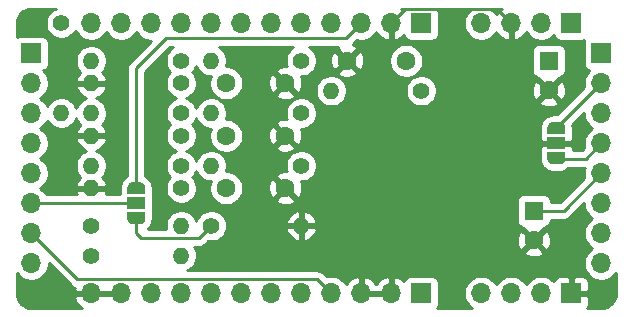
<source format=gbl>
G04 #@! TF.GenerationSoftware,KiCad,Pcbnew,(5.1.6-0-10_14)*
G04 #@! TF.CreationDate,2021-03-19T12:14:43+00:00*
G04 #@! TF.ProjectId,JunketOnSteroidsTTGO,4a756e6b-6574-44f6-9e53-7465726f6964,rev?*
G04 #@! TF.SameCoordinates,PX5faea10PY5734380*
G04 #@! TF.FileFunction,Copper,L2,Bot*
G04 #@! TF.FilePolarity,Positive*
%FSLAX46Y46*%
G04 Gerber Fmt 4.6, Leading zero omitted, Abs format (unit mm)*
G04 Created by KiCad (PCBNEW (5.1.6-0-10_14)) date 2021-03-19 12:14:43*
%MOMM*%
%LPD*%
G01*
G04 APERTURE LIST*
G04 #@! TA.AperFunction,ComponentPad*
%ADD10O,1.400000X1.400000*%
G04 #@! TD*
G04 #@! TA.AperFunction,ComponentPad*
%ADD11C,1.400000*%
G04 #@! TD*
G04 #@! TA.AperFunction,SMDPad,CuDef*
%ADD12R,1.500000X1.000000*%
G04 #@! TD*
G04 #@! TA.AperFunction,SMDPad,CuDef*
%ADD13C,0.100000*%
G04 #@! TD*
G04 #@! TA.AperFunction,ComponentPad*
%ADD14C,1.600000*%
G04 #@! TD*
G04 #@! TA.AperFunction,ComponentPad*
%ADD15O,1.700000X1.700000*%
G04 #@! TD*
G04 #@! TA.AperFunction,ComponentPad*
%ADD16R,1.700000X1.700000*%
G04 #@! TD*
G04 #@! TA.AperFunction,ComponentPad*
%ADD17R,1.600000X1.600000*%
G04 #@! TD*
G04 #@! TA.AperFunction,ViaPad*
%ADD18C,0.800000*%
G04 #@! TD*
G04 #@! TA.AperFunction,Conductor*
%ADD19C,0.250000*%
G04 #@! TD*
G04 #@! TA.AperFunction,Conductor*
%ADD20C,0.254000*%
G04 #@! TD*
G04 APERTURE END LIST*
D10*
G04 #@! TO.P,R4,2*
G04 #@! TO.N,/GND*
X26035000Y8890000D03*
D11*
G04 #@! TO.P,R4,1*
G04 #@! TO.N,Net-(JP2-Pad3)*
X18415000Y8890000D03*
G04 #@! TD*
D12*
G04 #@! TO.P,JP2,2*
G04 #@! TO.N,/!ON*
X12065000Y10795000D03*
G04 #@! TA.AperFunction,SMDPad,CuDef*
D13*
G04 #@! TO.P,JP2,3*
G04 #@! TO.N,Net-(JP2-Pad3)*
G36*
X12814398Y9495000D02*
G01*
X12814398Y9470466D01*
X12809588Y9421635D01*
X12800016Y9373510D01*
X12785772Y9326555D01*
X12766995Y9281222D01*
X12743864Y9237949D01*
X12716604Y9197150D01*
X12685476Y9159221D01*
X12650779Y9124524D01*
X12612850Y9093396D01*
X12572051Y9066136D01*
X12528778Y9043005D01*
X12483445Y9024228D01*
X12436490Y9009984D01*
X12388365Y9000412D01*
X12339534Y8995602D01*
X12315000Y8995602D01*
X12315000Y8995000D01*
X11815000Y8995000D01*
X11815000Y8995602D01*
X11790466Y8995602D01*
X11741635Y9000412D01*
X11693510Y9009984D01*
X11646555Y9024228D01*
X11601222Y9043005D01*
X11557949Y9066136D01*
X11517150Y9093396D01*
X11479221Y9124524D01*
X11444524Y9159221D01*
X11413396Y9197150D01*
X11386136Y9237949D01*
X11363005Y9281222D01*
X11344228Y9326555D01*
X11329984Y9373510D01*
X11320412Y9421635D01*
X11315602Y9470466D01*
X11315602Y9495000D01*
X11315000Y9495000D01*
X11315000Y10045000D01*
X12815000Y10045000D01*
X12815000Y9495000D01*
X12814398Y9495000D01*
G37*
G04 #@! TD.AperFunction*
G04 #@! TA.AperFunction,SMDPad,CuDef*
G04 #@! TO.P,JP2,1*
G04 #@! TO.N,/GPIO27*
G36*
X11315000Y11545000D02*
G01*
X11315000Y12095000D01*
X11315602Y12095000D01*
X11315602Y12119534D01*
X11320412Y12168365D01*
X11329984Y12216490D01*
X11344228Y12263445D01*
X11363005Y12308778D01*
X11386136Y12352051D01*
X11413396Y12392850D01*
X11444524Y12430779D01*
X11479221Y12465476D01*
X11517150Y12496604D01*
X11557949Y12523864D01*
X11601222Y12546995D01*
X11646555Y12565772D01*
X11693510Y12580016D01*
X11741635Y12589588D01*
X11790466Y12594398D01*
X11815000Y12594398D01*
X11815000Y12595000D01*
X12315000Y12595000D01*
X12315000Y12594398D01*
X12339534Y12594398D01*
X12388365Y12589588D01*
X12436490Y12580016D01*
X12483445Y12565772D01*
X12528778Y12546995D01*
X12572051Y12523864D01*
X12612850Y12496604D01*
X12650779Y12465476D01*
X12685476Y12430779D01*
X12716604Y12392850D01*
X12743864Y12352051D01*
X12766995Y12308778D01*
X12785772Y12263445D01*
X12800016Y12216490D01*
X12809588Y12168365D01*
X12814398Y12119534D01*
X12814398Y12095000D01*
X12815000Y12095000D01*
X12815000Y11545000D01*
X11315000Y11545000D01*
G37*
G04 #@! TD.AperFunction*
G04 #@! TD*
D12*
G04 #@! TO.P,JP1,2*
G04 #@! TO.N,/GND*
X47625000Y15875000D03*
G04 #@! TA.AperFunction,SMDPad,CuDef*
D13*
G04 #@! TO.P,JP1,3*
G04 #@! TO.N,GNDD*
G36*
X48374398Y14575000D02*
G01*
X48374398Y14550466D01*
X48369588Y14501635D01*
X48360016Y14453510D01*
X48345772Y14406555D01*
X48326995Y14361222D01*
X48303864Y14317949D01*
X48276604Y14277150D01*
X48245476Y14239221D01*
X48210779Y14204524D01*
X48172850Y14173396D01*
X48132051Y14146136D01*
X48088778Y14123005D01*
X48043445Y14104228D01*
X47996490Y14089984D01*
X47948365Y14080412D01*
X47899534Y14075602D01*
X47875000Y14075602D01*
X47875000Y14075000D01*
X47375000Y14075000D01*
X47375000Y14075602D01*
X47350466Y14075602D01*
X47301635Y14080412D01*
X47253510Y14089984D01*
X47206555Y14104228D01*
X47161222Y14123005D01*
X47117949Y14146136D01*
X47077150Y14173396D01*
X47039221Y14204524D01*
X47004524Y14239221D01*
X46973396Y14277150D01*
X46946136Y14317949D01*
X46923005Y14361222D01*
X46904228Y14406555D01*
X46889984Y14453510D01*
X46880412Y14501635D01*
X46875602Y14550466D01*
X46875602Y14575000D01*
X46875000Y14575000D01*
X46875000Y15125000D01*
X48375000Y15125000D01*
X48375000Y14575000D01*
X48374398Y14575000D01*
G37*
G04 #@! TD.AperFunction*
G04 #@! TA.AperFunction,SMDPad,CuDef*
G04 #@! TO.P,JP1,1*
G04 #@! TO.N,GNDA*
G36*
X46875000Y16625000D02*
G01*
X46875000Y17175000D01*
X46875602Y17175000D01*
X46875602Y17199534D01*
X46880412Y17248365D01*
X46889984Y17296490D01*
X46904228Y17343445D01*
X46923005Y17388778D01*
X46946136Y17432051D01*
X46973396Y17472850D01*
X47004524Y17510779D01*
X47039221Y17545476D01*
X47077150Y17576604D01*
X47117949Y17603864D01*
X47161222Y17626995D01*
X47206555Y17645772D01*
X47253510Y17660016D01*
X47301635Y17669588D01*
X47350466Y17674398D01*
X47375000Y17674398D01*
X47375000Y17675000D01*
X47875000Y17675000D01*
X47875000Y17674398D01*
X47899534Y17674398D01*
X47948365Y17669588D01*
X47996490Y17660016D01*
X48043445Y17645772D01*
X48088778Y17626995D01*
X48132051Y17603864D01*
X48172850Y17576604D01*
X48210779Y17545476D01*
X48245476Y17510779D01*
X48276604Y17472850D01*
X48303864Y17432051D01*
X48326995Y17388778D01*
X48345772Y17343445D01*
X48360016Y17296490D01*
X48369588Y17248365D01*
X48374398Y17199534D01*
X48374398Y17175000D01*
X48375000Y17175000D01*
X48375000Y16625000D01*
X46875000Y16625000D01*
G37*
G04 #@! TD.AperFunction*
G04 #@! TD*
D14*
G04 #@! TO.P,C31,2*
G04 #@! TO.N,/GND*
X24685000Y12065000D03*
G04 #@! TO.P,C31,1*
G04 #@! TO.N,/ADC12*
X19685000Y12065000D03*
G04 #@! TD*
G04 #@! TO.P,C21,2*
G04 #@! TO.N,/GND*
X24685000Y16510000D03*
G04 #@! TO.P,C21,1*
G04 #@! TO.N,/ADC5*
X19685000Y16510000D03*
G04 #@! TD*
G04 #@! TO.P,C11,2*
G04 #@! TO.N,/GND*
X24685000Y20955000D03*
G04 #@! TO.P,C11,1*
G04 #@! TO.N,/ADC4*
X19685000Y20955000D03*
G04 #@! TD*
G04 #@! TO.P,C3,2*
G04 #@! TO.N,/GND*
X29925000Y22860000D03*
G04 #@! TO.P,C3,1*
G04 #@! TO.N,VCC*
X34925000Y22860000D03*
G04 #@! TD*
D10*
G04 #@! TO.P,R51,2*
G04 #@! TO.N,/GPIO15*
X15875000Y6350000D03*
D11*
G04 #@! TO.P,R51,1*
G04 #@! TO.N,/Vout_set*
X8255000Y6350000D03*
G04 #@! TD*
D10*
G04 #@! TO.P,R41,2*
G04 #@! TO.N,/GPIO13*
X15875000Y8890000D03*
D11*
G04 #@! TO.P,R41,1*
G04 #@! TO.N,/Iout_set*
X8255000Y8890000D03*
G04 #@! TD*
D10*
G04 #@! TO.P,R33,2*
G04 #@! TO.N,/ADC12*
X18415000Y13970000D03*
D11*
G04 #@! TO.P,R33,1*
G04 #@! TO.N,/ADC_pullup*
X26035000Y13970000D03*
G04 #@! TD*
D10*
G04 #@! TO.P,R32,2*
G04 #@! TO.N,/GND*
X8255000Y12065000D03*
D11*
G04 #@! TO.P,R32,1*
G04 #@! TO.N,/ADC12*
X15875000Y12065000D03*
G04 #@! TD*
D10*
G04 #@! TO.P,R31,2*
G04 #@! TO.N,/Vin_sense*
X8255000Y13970000D03*
D11*
G04 #@! TO.P,R31,1*
G04 #@! TO.N,/ADC12*
X15875000Y13970000D03*
G04 #@! TD*
D10*
G04 #@! TO.P,R23,2*
G04 #@! TO.N,/ADC5*
X18415000Y18415000D03*
D11*
G04 #@! TO.P,R23,1*
G04 #@! TO.N,/ADC_pullup*
X26035000Y18415000D03*
G04 #@! TD*
D10*
G04 #@! TO.P,R22,2*
G04 #@! TO.N,/GND*
X8255000Y16510000D03*
D11*
G04 #@! TO.P,R22,1*
G04 #@! TO.N,/ADC5*
X15875000Y16510000D03*
G04 #@! TD*
D10*
G04 #@! TO.P,R21,2*
G04 #@! TO.N,/Vout_sense*
X8255000Y18415000D03*
D11*
G04 #@! TO.P,R21,1*
G04 #@! TO.N,/ADC5*
X15875000Y18415000D03*
G04 #@! TD*
D10*
G04 #@! TO.P,R13,2*
G04 #@! TO.N,/ADC4*
X18415000Y22860000D03*
D11*
G04 #@! TO.P,R13,1*
G04 #@! TO.N,/ADC_pullup*
X26035000Y22860000D03*
G04 #@! TD*
D10*
G04 #@! TO.P,R12,2*
G04 #@! TO.N,/GND*
X8255000Y20955000D03*
D11*
G04 #@! TO.P,R12,1*
G04 #@! TO.N,/ADC4*
X15875000Y20955000D03*
G04 #@! TD*
D10*
G04 #@! TO.P,R11,2*
G04 #@! TO.N,/Iout_sense*
X8255000Y22860000D03*
D11*
G04 #@! TO.P,R11,1*
G04 #@! TO.N,/ADC4*
X15875000Y22860000D03*
G04 #@! TD*
D10*
G04 #@! TO.P,R2,2*
G04 #@! TO.N,/Vin_sense*
X5715000Y18415000D03*
D11*
G04 #@! TO.P,R2,1*
G04 #@! TO.N,/Vin*
X5715000Y26035000D03*
G04 #@! TD*
D10*
G04 #@! TO.P,R1,2*
G04 #@! TO.N,/ADC_pullup*
X28575000Y20320000D03*
D11*
G04 #@! TO.P,R1,1*
G04 #@! TO.N,VCC*
X36195000Y20320000D03*
G04 #@! TD*
D15*
G04 #@! TO.P,J6,4*
G04 #@! TO.N,+3V3*
X41275000Y3175000D03*
G04 #@! TO.P,J6,3*
G04 #@! TO.N,/SCL*
X43815000Y3175000D03*
G04 #@! TO.P,J6,2*
G04 #@! TO.N,/SDA*
X46355000Y3175000D03*
D16*
G04 #@! TO.P,J6,1*
G04 #@! TO.N,/GND*
X48895000Y3175000D03*
G04 #@! TD*
D15*
G04 #@! TO.P,J5,12*
G04 #@! TO.N,/GND*
X8255000Y3175000D03*
G04 #@! TO.P,J5,11*
X10795000Y3175000D03*
G04 #@! TO.P,J5,10*
G04 #@! TO.N,/SDA*
X13335000Y3175000D03*
G04 #@! TO.P,J5,9*
G04 #@! TO.N,/SCL*
X15875000Y3175000D03*
G04 #@! TO.P,J5,8*
G04 #@! TO.N,Net-(J5-Pad8)*
X18415000Y3175000D03*
G04 #@! TO.P,J5,7*
G04 #@! TO.N,/ADC12*
X20955000Y3175000D03*
G04 #@! TO.P,J5,6*
G04 #@! TO.N,/GPIO15*
X23495000Y3175000D03*
G04 #@! TO.P,J5,5*
G04 #@! TO.N,/GPIO13*
X26035000Y3175000D03*
G04 #@! TO.P,J5,4*
G04 #@! TO.N,/FAN*
X28575000Y3175000D03*
G04 #@! TO.P,J5,3*
G04 #@! TO.N,/GND*
X31115000Y3175000D03*
G04 #@! TO.P,J5,2*
X33655000Y3175000D03*
D16*
G04 #@! TO.P,J5,1*
G04 #@! TO.N,+3V3*
X36195000Y3175000D03*
G04 #@! TD*
D15*
G04 #@! TO.P,J4,12*
G04 #@! TO.N,+3V3*
X8255000Y26035000D03*
G04 #@! TO.P,J4,11*
G04 #@! TO.N,Net-(J4-Pad11)*
X10795000Y26035000D03*
G04 #@! TO.P,J4,10*
G04 #@! TO.N,Net-(J4-Pad10)*
X13335000Y26035000D03*
G04 #@! TO.P,J4,9*
G04 #@! TO.N,Net-(J4-Pad9)*
X15875000Y26035000D03*
G04 #@! TO.P,J4,8*
G04 #@! TO.N,Net-(J4-Pad8)*
X18415000Y26035000D03*
G04 #@! TO.P,J4,7*
G04 #@! TO.N,/ADC4*
X20955000Y26035000D03*
G04 #@! TO.P,J4,6*
G04 #@! TO.N,/ADC5*
X23495000Y26035000D03*
G04 #@! TO.P,J4,5*
G04 #@! TO.N,Net-(J4-Pad5)*
X26035000Y26035000D03*
G04 #@! TO.P,J4,4*
G04 #@! TO.N,Net-(J4-Pad4)*
X28575000Y26035000D03*
G04 #@! TO.P,J4,3*
G04 #@! TO.N,/GPIO27*
X31115000Y26035000D03*
G04 #@! TO.P,J4,2*
G04 #@! TO.N,/GND*
X33655000Y26035000D03*
D16*
G04 #@! TO.P,J4,1*
G04 #@! TO.N,VCC*
X36195000Y26035000D03*
G04 #@! TD*
D15*
G04 #@! TO.P,J3,4*
G04 #@! TO.N,/RX*
X41275000Y26035000D03*
G04 #@! TO.P,J3,3*
G04 #@! TO.N,/GND*
X43815000Y26035000D03*
G04 #@! TO.P,J3,2*
G04 #@! TO.N,/TX*
X46355000Y26035000D03*
D16*
G04 #@! TO.P,J3,1*
G04 #@! TO.N,VCC*
X48895000Y26035000D03*
G04 #@! TD*
D15*
G04 #@! TO.P,J2,8*
G04 #@! TO.N,/RX*
X51435000Y5715000D03*
G04 #@! TO.P,J2,7*
G04 #@! TO.N,/TX*
X51435000Y8255000D03*
G04 #@! TO.P,J2,6*
G04 #@! TO.N,Net-(J2-Pad6)*
X51435000Y10795000D03*
G04 #@! TO.P,J2,5*
G04 #@! TO.N,VCC*
X51435000Y13335000D03*
G04 #@! TO.P,J2,4*
G04 #@! TO.N,GNDD*
X51435000Y15875000D03*
G04 #@! TO.P,J2,3*
X51435000Y18415000D03*
G04 #@! TO.P,J2,2*
G04 #@! TO.N,GNDA*
X51435000Y20955000D03*
D16*
G04 #@! TO.P,J2,1*
X51435000Y23495000D03*
G04 #@! TD*
D15*
G04 #@! TO.P,J1,8*
G04 #@! TO.N,Net-(J1-Pad8)*
X3175000Y5715000D03*
G04 #@! TO.P,J1,7*
G04 #@! TO.N,/FAN*
X3175000Y8255000D03*
G04 #@! TO.P,J1,6*
G04 #@! TO.N,/!ON*
X3175000Y10795000D03*
G04 #@! TO.P,J1,5*
G04 #@! TO.N,/Vout_set*
X3175000Y13335000D03*
G04 #@! TO.P,J1,4*
G04 #@! TO.N,/Iout_set*
X3175000Y15875000D03*
G04 #@! TO.P,J1,3*
G04 #@! TO.N,/Vin_sense*
X3175000Y18415000D03*
G04 #@! TO.P,J1,2*
G04 #@! TO.N,/Vout_sense*
X3175000Y20955000D03*
D16*
G04 #@! TO.P,J1,1*
G04 #@! TO.N,/Iout_sense*
X3175000Y23495000D03*
G04 #@! TD*
D14*
G04 #@! TO.P,C2,2*
G04 #@! TO.N,/GND*
X45720000Y7660000D03*
D17*
G04 #@! TO.P,C2,1*
G04 #@! TO.N,VCC*
X45720000Y10160000D03*
G04 #@! TD*
D14*
G04 #@! TO.P,C1,2*
G04 #@! TO.N,/GND*
X46990000Y20360000D03*
D17*
G04 #@! TO.P,C1,1*
G04 #@! TO.N,/ADC_pullup*
X46990000Y22860000D03*
G04 #@! TD*
D18*
G04 #@! TO.N,/GND*
X45085000Y15875000D03*
G04 #@! TD*
D19*
G04 #@! TO.N,VCC*
X48260000Y10160000D02*
X51435000Y13335000D01*
X45720000Y10160000D02*
X48260000Y10160000D01*
G04 #@! TO.N,GNDD*
X50135000Y14575000D02*
X51435000Y15875000D01*
X47625000Y14575000D02*
X50135000Y14575000D01*
G04 #@! TO.N,/GND*
X34830001Y27210001D02*
X33655000Y26035000D01*
X42639999Y27210001D02*
X34830001Y27210001D01*
X43815000Y26035000D02*
X42639999Y27210001D01*
X47625000Y15875000D02*
X45085000Y15875000D01*
X43815000Y23535000D02*
X46990000Y20360000D01*
X43815000Y26035000D02*
X43815000Y23535000D01*
G04 #@! TO.N,GNDA*
X51405000Y20955000D02*
X51435000Y20955000D01*
X47625000Y17175000D02*
X51405000Y20955000D01*
G04 #@! TO.N,/FAN*
X27399999Y4350001D02*
X28575000Y3175000D01*
X7079999Y4350001D02*
X27399999Y4350001D01*
X3175000Y8255000D02*
X7079999Y4350001D01*
G04 #@! TO.N,/!ON*
X12065000Y10795000D02*
X3175000Y10795000D01*
G04 #@! TO.N,/GPIO27*
X12065000Y12095000D02*
X12065000Y22225000D01*
X12065000Y22225000D02*
X14605000Y24765000D01*
X29845000Y24765000D02*
X31115000Y26035000D01*
X14605000Y24765000D02*
X29845000Y24765000D01*
G04 #@! TO.N,Net-(JP2-Pad3)*
X12065000Y9495000D02*
X12065000Y8255000D01*
X17389999Y7864999D02*
X18415000Y8890000D01*
X12455001Y7864999D02*
X17389999Y7864999D01*
X12065000Y8255000D02*
X12455001Y7864999D01*
G04 #@! TD*
D20*
G04 #@! TO.N,/GND*
G36*
X40328368Y27188475D02*
G01*
X40121525Y26981632D01*
X39959010Y26738411D01*
X39847068Y26468158D01*
X39790000Y26181260D01*
X39790000Y25888740D01*
X39847068Y25601842D01*
X39959010Y25331589D01*
X40121525Y25088368D01*
X40328368Y24881525D01*
X40571589Y24719010D01*
X40841842Y24607068D01*
X41128740Y24550000D01*
X41421260Y24550000D01*
X41708158Y24607068D01*
X41978411Y24719010D01*
X42221632Y24881525D01*
X42428475Y25088368D01*
X42550195Y25270534D01*
X42619822Y25153645D01*
X42814731Y24937412D01*
X43048080Y24763359D01*
X43310901Y24638175D01*
X43458110Y24593524D01*
X43688000Y24714845D01*
X43688000Y25908000D01*
X43668000Y25908000D01*
X43668000Y26162000D01*
X43688000Y26162000D01*
X43688000Y26182000D01*
X43942000Y26182000D01*
X43942000Y26162000D01*
X43962000Y26162000D01*
X43962000Y25908000D01*
X43942000Y25908000D01*
X43942000Y24714845D01*
X44171890Y24593524D01*
X44319099Y24638175D01*
X44581920Y24763359D01*
X44815269Y24937412D01*
X45010178Y25153645D01*
X45079805Y25270534D01*
X45201525Y25088368D01*
X45408368Y24881525D01*
X45651589Y24719010D01*
X45921842Y24607068D01*
X46208740Y24550000D01*
X46501260Y24550000D01*
X46788158Y24607068D01*
X47058411Y24719010D01*
X47301632Y24881525D01*
X47433487Y25013380D01*
X47455498Y24940820D01*
X47514463Y24830506D01*
X47593815Y24733815D01*
X47690506Y24654463D01*
X47800820Y24595498D01*
X47920518Y24559188D01*
X48045000Y24546928D01*
X49745000Y24546928D01*
X49869482Y24559188D01*
X49989180Y24595498D01*
X50002753Y24602753D01*
X49995498Y24589180D01*
X49959188Y24469482D01*
X49946928Y24345000D01*
X49946928Y22645000D01*
X49959188Y22520518D01*
X49995498Y22400820D01*
X50054463Y22290506D01*
X50133815Y22193815D01*
X50230506Y22114463D01*
X50340820Y22055498D01*
X50413380Y22033487D01*
X50281525Y21901632D01*
X50119010Y21658411D01*
X50007068Y21388158D01*
X49950000Y21101260D01*
X49950000Y20808740D01*
X49988813Y20613615D01*
X47688271Y18313072D01*
X47375000Y18313072D01*
X47350550Y18310664D01*
X47325991Y18310664D01*
X47201510Y18298404D01*
X47105377Y18279282D01*
X46985681Y18242973D01*
X46895125Y18205464D01*
X46784808Y18146498D01*
X46703309Y18092042D01*
X46606618Y18012690D01*
X46537310Y17943382D01*
X46457958Y17846691D01*
X46403502Y17765192D01*
X46344536Y17654875D01*
X46307027Y17564319D01*
X46270718Y17444623D01*
X46251596Y17348490D01*
X46239336Y17224009D01*
X46239336Y17199450D01*
X46236928Y17175000D01*
X46236928Y16625000D01*
X46249188Y16500518D01*
X46249345Y16500000D01*
X46249188Y16499482D01*
X46236928Y16375000D01*
X46240000Y16160750D01*
X46398750Y16002000D01*
X46741248Y16002000D01*
X46750518Y15999188D01*
X46875000Y15986928D01*
X48375000Y15986928D01*
X48499482Y15999188D01*
X48508752Y16002000D01*
X48851250Y16002000D01*
X49010000Y16160750D01*
X49013072Y16375000D01*
X49000812Y16499482D01*
X49000655Y16500000D01*
X49000812Y16500518D01*
X49013072Y16625000D01*
X49013072Y17175000D01*
X49010664Y17199450D01*
X49010664Y17224009D01*
X48998404Y17348490D01*
X48979282Y17444623D01*
X48976988Y17452186D01*
X49950000Y18425199D01*
X49950000Y18268740D01*
X50007068Y17981842D01*
X50119010Y17711589D01*
X50281525Y17468368D01*
X50488368Y17261525D01*
X50662760Y17145000D01*
X50488368Y17028475D01*
X50281525Y16821632D01*
X50119010Y16578411D01*
X50007068Y16308158D01*
X49950000Y16021260D01*
X49950000Y15728740D01*
X49993791Y15508592D01*
X49820199Y15335000D01*
X49009132Y15335000D01*
X49013072Y15375000D01*
X49010000Y15589250D01*
X48851250Y15748000D01*
X48508752Y15748000D01*
X48499482Y15750812D01*
X48375000Y15763072D01*
X46875000Y15763072D01*
X46750518Y15750812D01*
X46741248Y15748000D01*
X46398750Y15748000D01*
X46240000Y15589250D01*
X46236928Y15375000D01*
X46249188Y15250518D01*
X46249345Y15250000D01*
X46249188Y15249482D01*
X46236928Y15125000D01*
X46236928Y14575000D01*
X46239336Y14550550D01*
X46239336Y14525991D01*
X46251596Y14401510D01*
X46270718Y14305377D01*
X46307027Y14185681D01*
X46344536Y14095125D01*
X46403502Y13984808D01*
X46457958Y13903309D01*
X46537310Y13806618D01*
X46606618Y13737310D01*
X46703309Y13657958D01*
X46784808Y13603502D01*
X46895125Y13544536D01*
X46985681Y13507027D01*
X47105377Y13470718D01*
X47201510Y13451596D01*
X47325991Y13439336D01*
X47350550Y13439336D01*
X47375000Y13436928D01*
X47875000Y13436928D01*
X47899450Y13439336D01*
X47924009Y13439336D01*
X48048490Y13451596D01*
X48144623Y13470718D01*
X48264319Y13507027D01*
X48354875Y13544536D01*
X48465192Y13603502D01*
X48546691Y13657958D01*
X48643382Y13737310D01*
X48712690Y13806618D01*
X48719569Y13815000D01*
X50026471Y13815000D01*
X50007068Y13768158D01*
X49950000Y13481260D01*
X49950000Y13188740D01*
X49993790Y12968592D01*
X47945199Y10920000D01*
X47158072Y10920000D01*
X47158072Y10960000D01*
X47145812Y11084482D01*
X47109502Y11204180D01*
X47050537Y11314494D01*
X46971185Y11411185D01*
X46874494Y11490537D01*
X46764180Y11549502D01*
X46644482Y11585812D01*
X46520000Y11598072D01*
X44920000Y11598072D01*
X44795518Y11585812D01*
X44675820Y11549502D01*
X44565506Y11490537D01*
X44468815Y11411185D01*
X44389463Y11314494D01*
X44330498Y11204180D01*
X44294188Y11084482D01*
X44281928Y10960000D01*
X44281928Y9360000D01*
X44294188Y9235518D01*
X44330498Y9115820D01*
X44389463Y9005506D01*
X44468815Y8908815D01*
X44565506Y8829463D01*
X44675820Y8770498D01*
X44795518Y8734188D01*
X44920000Y8721928D01*
X44927215Y8721928D01*
X44906903Y8652702D01*
X45720000Y7839605D01*
X46533097Y8652702D01*
X46512785Y8721928D01*
X46520000Y8721928D01*
X46644482Y8734188D01*
X46764180Y8770498D01*
X46874494Y8829463D01*
X46971185Y8908815D01*
X47050537Y9005506D01*
X47109502Y9115820D01*
X47145812Y9235518D01*
X47158072Y9360000D01*
X47158072Y9400000D01*
X48222678Y9400000D01*
X48260000Y9396324D01*
X48297322Y9400000D01*
X48297333Y9400000D01*
X48408986Y9410997D01*
X48552247Y9454454D01*
X48684276Y9525026D01*
X48800001Y9619999D01*
X48823804Y9649003D01*
X49950000Y10775199D01*
X49950000Y10648740D01*
X50007068Y10361842D01*
X50119010Y10091589D01*
X50281525Y9848368D01*
X50488368Y9641525D01*
X50662760Y9525000D01*
X50488368Y9408475D01*
X50281525Y9201632D01*
X50119010Y8958411D01*
X50007068Y8688158D01*
X49950000Y8401260D01*
X49950000Y8108740D01*
X50007068Y7821842D01*
X50119010Y7551589D01*
X50281525Y7308368D01*
X50488368Y7101525D01*
X50662760Y6985000D01*
X50488368Y6868475D01*
X50281525Y6661632D01*
X50119010Y6418411D01*
X50007068Y6148158D01*
X49950000Y5861260D01*
X49950000Y5568740D01*
X50007068Y5281842D01*
X50119010Y5011589D01*
X50281525Y4768368D01*
X50488368Y4561525D01*
X50731589Y4399010D01*
X51001842Y4287068D01*
X51288740Y4230000D01*
X51581260Y4230000D01*
X51868158Y4287068D01*
X52138411Y4399010D01*
X52381632Y4561525D01*
X52588475Y4768368D01*
X52680000Y4905345D01*
X52680000Y3207278D01*
X52653185Y2933795D01*
X52583133Y2701774D01*
X52469350Y2487778D01*
X52316169Y2299961D01*
X52129424Y2145471D01*
X51916231Y2030198D01*
X51684701Y1958528D01*
X51413276Y1930000D01*
X50242295Y1930000D01*
X50275537Y1970506D01*
X50334502Y2080820D01*
X50370812Y2200518D01*
X50383072Y2325000D01*
X50380000Y2889250D01*
X50221250Y3048000D01*
X49022000Y3048000D01*
X49022000Y3028000D01*
X48768000Y3028000D01*
X48768000Y3048000D01*
X48748000Y3048000D01*
X48748000Y3302000D01*
X48768000Y3302000D01*
X48768000Y4501250D01*
X49022000Y4501250D01*
X49022000Y3302000D01*
X50221250Y3302000D01*
X50380000Y3460750D01*
X50383072Y4025000D01*
X50370812Y4149482D01*
X50334502Y4269180D01*
X50275537Y4379494D01*
X50196185Y4476185D01*
X50099494Y4555537D01*
X49989180Y4614502D01*
X49869482Y4650812D01*
X49745000Y4663072D01*
X49180750Y4660000D01*
X49022000Y4501250D01*
X48768000Y4501250D01*
X48609250Y4660000D01*
X48045000Y4663072D01*
X47920518Y4650812D01*
X47800820Y4614502D01*
X47690506Y4555537D01*
X47593815Y4476185D01*
X47514463Y4379494D01*
X47455498Y4269180D01*
X47433487Y4196620D01*
X47301632Y4328475D01*
X47058411Y4490990D01*
X46788158Y4602932D01*
X46501260Y4660000D01*
X46208740Y4660000D01*
X45921842Y4602932D01*
X45651589Y4490990D01*
X45408368Y4328475D01*
X45201525Y4121632D01*
X45085000Y3947240D01*
X44968475Y4121632D01*
X44761632Y4328475D01*
X44518411Y4490990D01*
X44248158Y4602932D01*
X43961260Y4660000D01*
X43668740Y4660000D01*
X43381842Y4602932D01*
X43111589Y4490990D01*
X42868368Y4328475D01*
X42661525Y4121632D01*
X42545000Y3947240D01*
X42428475Y4121632D01*
X42221632Y4328475D01*
X41978411Y4490990D01*
X41708158Y4602932D01*
X41421260Y4660000D01*
X41128740Y4660000D01*
X40841842Y4602932D01*
X40571589Y4490990D01*
X40328368Y4328475D01*
X40121525Y4121632D01*
X39959010Y3878411D01*
X39847068Y3608158D01*
X39790000Y3321260D01*
X39790000Y3028740D01*
X39847068Y2741842D01*
X39959010Y2471589D01*
X40121525Y2228368D01*
X40328368Y2021525D01*
X40465345Y1930000D01*
X37542295Y1930000D01*
X37575537Y1970506D01*
X37634502Y2080820D01*
X37670812Y2200518D01*
X37683072Y2325000D01*
X37683072Y4025000D01*
X37670812Y4149482D01*
X37634502Y4269180D01*
X37575537Y4379494D01*
X37496185Y4476185D01*
X37399494Y4555537D01*
X37289180Y4614502D01*
X37169482Y4650812D01*
X37045000Y4663072D01*
X35345000Y4663072D01*
X35220518Y4650812D01*
X35100820Y4614502D01*
X34990506Y4555537D01*
X34893815Y4476185D01*
X34814463Y4379494D01*
X34755498Y4269180D01*
X34731034Y4188534D01*
X34655269Y4272588D01*
X34421920Y4446641D01*
X34159099Y4571825D01*
X34011890Y4616476D01*
X33782000Y4495155D01*
X33782000Y3302000D01*
X33802000Y3302000D01*
X33802000Y3048000D01*
X33782000Y3048000D01*
X33782000Y3028000D01*
X33528000Y3028000D01*
X33528000Y3048000D01*
X31242000Y3048000D01*
X31242000Y3028000D01*
X30988000Y3028000D01*
X30988000Y3048000D01*
X30968000Y3048000D01*
X30968000Y3302000D01*
X30988000Y3302000D01*
X30988000Y4495155D01*
X31242000Y4495155D01*
X31242000Y3302000D01*
X33528000Y3302000D01*
X33528000Y4495155D01*
X33298110Y4616476D01*
X33150901Y4571825D01*
X32888080Y4446641D01*
X32654731Y4272588D01*
X32459822Y4056355D01*
X32385000Y3930745D01*
X32310178Y4056355D01*
X32115269Y4272588D01*
X31881920Y4446641D01*
X31619099Y4571825D01*
X31471890Y4616476D01*
X31242000Y4495155D01*
X30988000Y4495155D01*
X30758110Y4616476D01*
X30610901Y4571825D01*
X30348080Y4446641D01*
X30114731Y4272588D01*
X29919822Y4056355D01*
X29850195Y3939466D01*
X29728475Y4121632D01*
X29521632Y4328475D01*
X29278411Y4490990D01*
X29008158Y4602932D01*
X28721260Y4660000D01*
X28428740Y4660000D01*
X28208592Y4616209D01*
X27963803Y4860998D01*
X27940000Y4890002D01*
X27824275Y4984975D01*
X27692246Y5055547D01*
X27548985Y5099004D01*
X27437332Y5110001D01*
X27437321Y5110001D01*
X27399999Y5113677D01*
X27362677Y5110001D01*
X16369899Y5110001D01*
X16507359Y5166939D01*
X16726013Y5313038D01*
X16911962Y5498987D01*
X17058061Y5717641D01*
X17158696Y5960595D01*
X17210000Y6218514D01*
X17210000Y6481486D01*
X17173040Y6667298D01*
X44906903Y6667298D01*
X44978486Y6423329D01*
X45233996Y6302429D01*
X45508184Y6233700D01*
X45790512Y6219783D01*
X46070130Y6261213D01*
X46336292Y6356397D01*
X46461514Y6423329D01*
X46533097Y6667298D01*
X45720000Y7480395D01*
X44906903Y6667298D01*
X17173040Y6667298D01*
X17158696Y6739405D01*
X17058061Y6982359D01*
X16976116Y7104999D01*
X17352677Y7104999D01*
X17389999Y7101323D01*
X17427321Y7104999D01*
X17427332Y7104999D01*
X17538985Y7115996D01*
X17682246Y7159453D01*
X17814275Y7230025D01*
X17930000Y7324998D01*
X17953803Y7354001D01*
X18176156Y7576355D01*
X18283514Y7555000D01*
X18546486Y7555000D01*
X18719866Y7589488D01*
X44279783Y7589488D01*
X44321213Y7309870D01*
X44416397Y7043708D01*
X44483329Y6918486D01*
X44727298Y6846903D01*
X45540395Y7660000D01*
X45899605Y7660000D01*
X46712702Y6846903D01*
X46956671Y6918486D01*
X47077571Y7173996D01*
X47146300Y7448184D01*
X47160217Y7730512D01*
X47118787Y8010130D01*
X47023603Y8276292D01*
X46956671Y8401514D01*
X46712702Y8473097D01*
X45899605Y7660000D01*
X45540395Y7660000D01*
X44727298Y8473097D01*
X44483329Y8401514D01*
X44362429Y8146004D01*
X44293700Y7871816D01*
X44279783Y7589488D01*
X18719866Y7589488D01*
X18804405Y7606304D01*
X19047359Y7706939D01*
X19266013Y7853038D01*
X19451962Y8038987D01*
X19598061Y8257641D01*
X19698696Y8500595D01*
X19709850Y8556671D01*
X24742284Y8556671D01*
X24774953Y8448956D01*
X24885208Y8211608D01*
X25039649Y8000330D01*
X25232340Y7823241D01*
X25455877Y7687147D01*
X25701670Y7597278D01*
X25908000Y7719799D01*
X25908000Y8763000D01*
X26162000Y8763000D01*
X26162000Y7719799D01*
X26368330Y7597278D01*
X26614123Y7687147D01*
X26837660Y7823241D01*
X27030351Y8000330D01*
X27184792Y8211608D01*
X27295047Y8448956D01*
X27327716Y8556671D01*
X27204374Y8763000D01*
X26162000Y8763000D01*
X25908000Y8763000D01*
X24865626Y8763000D01*
X24742284Y8556671D01*
X19709850Y8556671D01*
X19750000Y8758514D01*
X19750000Y9021486D01*
X19709851Y9223329D01*
X24742284Y9223329D01*
X24865626Y9017000D01*
X25908000Y9017000D01*
X25908000Y10060201D01*
X26162000Y10060201D01*
X26162000Y9017000D01*
X27204374Y9017000D01*
X27327716Y9223329D01*
X27295047Y9331044D01*
X27184792Y9568392D01*
X27030351Y9779670D01*
X26837660Y9956759D01*
X26614123Y10092853D01*
X26368330Y10182722D01*
X26162000Y10060201D01*
X25908000Y10060201D01*
X25701670Y10182722D01*
X25455877Y10092853D01*
X25232340Y9956759D01*
X25039649Y9779670D01*
X24885208Y9568392D01*
X24774953Y9331044D01*
X24742284Y9223329D01*
X19709851Y9223329D01*
X19698696Y9279405D01*
X19598061Y9522359D01*
X19451962Y9741013D01*
X19266013Y9926962D01*
X19047359Y10073061D01*
X18804405Y10173696D01*
X18546486Y10225000D01*
X18283514Y10225000D01*
X18025595Y10173696D01*
X17782641Y10073061D01*
X17563987Y9926962D01*
X17378038Y9741013D01*
X17231939Y9522359D01*
X17145000Y9312470D01*
X17058061Y9522359D01*
X16911962Y9741013D01*
X16726013Y9926962D01*
X16507359Y10073061D01*
X16264405Y10173696D01*
X16006486Y10225000D01*
X15743514Y10225000D01*
X15485595Y10173696D01*
X15242641Y10073061D01*
X15023987Y9926962D01*
X14838038Y9741013D01*
X14691939Y9522359D01*
X14591304Y9279405D01*
X14540000Y9021486D01*
X14540000Y8758514D01*
X14566558Y8624999D01*
X13044011Y8624999D01*
X13083382Y8657310D01*
X13152690Y8726618D01*
X13232042Y8823309D01*
X13286498Y8904808D01*
X13345464Y9015125D01*
X13382973Y9105681D01*
X13419282Y9225377D01*
X13438404Y9321510D01*
X13450664Y9445991D01*
X13450664Y9470550D01*
X13453072Y9495000D01*
X13453072Y10045000D01*
X13440812Y10169482D01*
X13440655Y10170000D01*
X13440812Y10170518D01*
X13453072Y10295000D01*
X13453072Y11295000D01*
X13440812Y11419482D01*
X13440655Y11420000D01*
X13440812Y11420518D01*
X13453072Y11545000D01*
X13453072Y12095000D01*
X13450664Y12119450D01*
X13450664Y12144009D01*
X13438404Y12268490D01*
X13419282Y12364623D01*
X13382973Y12484319D01*
X13345464Y12574875D01*
X13286498Y12685192D01*
X13232042Y12766691D01*
X13152690Y12863382D01*
X13083382Y12932690D01*
X12986691Y13012042D01*
X12905192Y13066498D01*
X12825000Y13109362D01*
X12825000Y21910199D01*
X14919803Y24005000D01*
X15185678Y24005000D01*
X15023987Y23896962D01*
X14838038Y23711013D01*
X14691939Y23492359D01*
X14591304Y23249405D01*
X14540000Y22991486D01*
X14540000Y22728514D01*
X14591304Y22470595D01*
X14691939Y22227641D01*
X14838038Y22008987D01*
X14939525Y21907500D01*
X14838038Y21806013D01*
X14691939Y21587359D01*
X14591304Y21344405D01*
X14540000Y21086486D01*
X14540000Y20823514D01*
X14591304Y20565595D01*
X14691939Y20322641D01*
X14838038Y20103987D01*
X15023987Y19918038D01*
X15242641Y19771939D01*
X15452530Y19685000D01*
X15242641Y19598061D01*
X15023987Y19451962D01*
X14838038Y19266013D01*
X14691939Y19047359D01*
X14591304Y18804405D01*
X14540000Y18546486D01*
X14540000Y18283514D01*
X14591304Y18025595D01*
X14691939Y17782641D01*
X14838038Y17563987D01*
X14939525Y17462500D01*
X14838038Y17361013D01*
X14691939Y17142359D01*
X14591304Y16899405D01*
X14540000Y16641486D01*
X14540000Y16378514D01*
X14591304Y16120595D01*
X14691939Y15877641D01*
X14838038Y15658987D01*
X15023987Y15473038D01*
X15242641Y15326939D01*
X15452530Y15240000D01*
X15242641Y15153061D01*
X15023987Y15006962D01*
X14838038Y14821013D01*
X14691939Y14602359D01*
X14591304Y14359405D01*
X14540000Y14101486D01*
X14540000Y13838514D01*
X14591304Y13580595D01*
X14691939Y13337641D01*
X14838038Y13118987D01*
X14939525Y13017500D01*
X14838038Y12916013D01*
X14691939Y12697359D01*
X14591304Y12454405D01*
X14540000Y12196486D01*
X14540000Y11933514D01*
X14591304Y11675595D01*
X14691939Y11432641D01*
X14838038Y11213987D01*
X15023987Y11028038D01*
X15242641Y10881939D01*
X15485595Y10781304D01*
X15743514Y10730000D01*
X16006486Y10730000D01*
X16264405Y10781304D01*
X16507359Y10881939D01*
X16726013Y11028038D01*
X16911962Y11213987D01*
X17058061Y11432641D01*
X17158696Y11675595D01*
X17210000Y11933514D01*
X17210000Y12196486D01*
X17158696Y12454405D01*
X17058061Y12697359D01*
X16911962Y12916013D01*
X16810475Y13017500D01*
X16911962Y13118987D01*
X17058061Y13337641D01*
X17145000Y13547530D01*
X17231939Y13337641D01*
X17378038Y13118987D01*
X17563987Y12933038D01*
X17782641Y12786939D01*
X18025595Y12686304D01*
X18283514Y12635000D01*
X18367870Y12635000D01*
X18305147Y12483574D01*
X18250000Y12206335D01*
X18250000Y11923665D01*
X18305147Y11646426D01*
X18413320Y11385273D01*
X18570363Y11150241D01*
X18770241Y10950363D01*
X19005273Y10793320D01*
X19266426Y10685147D01*
X19543665Y10630000D01*
X19826335Y10630000D01*
X20103574Y10685147D01*
X20364727Y10793320D01*
X20599759Y10950363D01*
X20721694Y11072298D01*
X23871903Y11072298D01*
X23943486Y10828329D01*
X24198996Y10707429D01*
X24473184Y10638700D01*
X24755512Y10624783D01*
X25035130Y10666213D01*
X25301292Y10761397D01*
X25426514Y10828329D01*
X25498097Y11072298D01*
X24685000Y11885395D01*
X23871903Y11072298D01*
X20721694Y11072298D01*
X20799637Y11150241D01*
X20956680Y11385273D01*
X21064853Y11646426D01*
X21120000Y11923665D01*
X21120000Y11994488D01*
X23244783Y11994488D01*
X23286213Y11714870D01*
X23381397Y11448708D01*
X23448329Y11323486D01*
X23692298Y11251903D01*
X24505395Y12065000D01*
X23692298Y12878097D01*
X23448329Y12806514D01*
X23327429Y12551004D01*
X23258700Y12276816D01*
X23244783Y11994488D01*
X21120000Y11994488D01*
X21120000Y12206335D01*
X21064853Y12483574D01*
X20956680Y12744727D01*
X20799637Y12979759D01*
X20721694Y13057702D01*
X23871903Y13057702D01*
X24685000Y12244605D01*
X24699143Y12258747D01*
X24878748Y12079142D01*
X24864605Y12065000D01*
X25677702Y11251903D01*
X25921671Y11323486D01*
X26042571Y11578996D01*
X26111300Y11853184D01*
X26125217Y12135512D01*
X26083787Y12415130D01*
X26005158Y12635000D01*
X26166486Y12635000D01*
X26424405Y12686304D01*
X26667359Y12786939D01*
X26886013Y12933038D01*
X27071962Y13118987D01*
X27218061Y13337641D01*
X27318696Y13580595D01*
X27370000Y13838514D01*
X27370000Y14101486D01*
X27318696Y14359405D01*
X27218061Y14602359D01*
X27071962Y14821013D01*
X26886013Y15006962D01*
X26667359Y15153061D01*
X26424405Y15253696D01*
X26166486Y15305000D01*
X25903514Y15305000D01*
X25645595Y15253696D01*
X25402641Y15153061D01*
X25183987Y15006962D01*
X24998038Y14821013D01*
X24851939Y14602359D01*
X24751304Y14359405D01*
X24700000Y14101486D01*
X24700000Y13838514D01*
X24751304Y13580595D01*
X24786029Y13496761D01*
X24614488Y13505217D01*
X24334870Y13463787D01*
X24068708Y13368603D01*
X23943486Y13301671D01*
X23871903Y13057702D01*
X20721694Y13057702D01*
X20599759Y13179637D01*
X20364727Y13336680D01*
X20103574Y13444853D01*
X19826335Y13500000D01*
X19665312Y13500000D01*
X19698696Y13580595D01*
X19750000Y13838514D01*
X19750000Y14101486D01*
X19698696Y14359405D01*
X19598061Y14602359D01*
X19451962Y14821013D01*
X19266013Y15006962D01*
X19047359Y15153061D01*
X18804405Y15253696D01*
X18546486Y15305000D01*
X18283514Y15305000D01*
X18025595Y15253696D01*
X17782641Y15153061D01*
X17563987Y15006962D01*
X17378038Y14821013D01*
X17231939Y14602359D01*
X17145000Y14392470D01*
X17058061Y14602359D01*
X16911962Y14821013D01*
X16726013Y15006962D01*
X16507359Y15153061D01*
X16297470Y15240000D01*
X16507359Y15326939D01*
X16726013Y15473038D01*
X16911962Y15658987D01*
X17058061Y15877641D01*
X17158696Y16120595D01*
X17210000Y16378514D01*
X17210000Y16641486D01*
X17158696Y16899405D01*
X17058061Y17142359D01*
X16911962Y17361013D01*
X16810475Y17462500D01*
X16911962Y17563987D01*
X17058061Y17782641D01*
X17145000Y17992530D01*
X17231939Y17782641D01*
X17378038Y17563987D01*
X17563987Y17378038D01*
X17782641Y17231939D01*
X18025595Y17131304D01*
X18283514Y17080000D01*
X18367870Y17080000D01*
X18305147Y16928574D01*
X18250000Y16651335D01*
X18250000Y16368665D01*
X18305147Y16091426D01*
X18413320Y15830273D01*
X18570363Y15595241D01*
X18770241Y15395363D01*
X19005273Y15238320D01*
X19266426Y15130147D01*
X19543665Y15075000D01*
X19826335Y15075000D01*
X20103574Y15130147D01*
X20364727Y15238320D01*
X20599759Y15395363D01*
X20721694Y15517298D01*
X23871903Y15517298D01*
X23943486Y15273329D01*
X24198996Y15152429D01*
X24473184Y15083700D01*
X24755512Y15069783D01*
X25035130Y15111213D01*
X25301292Y15206397D01*
X25426514Y15273329D01*
X25498097Y15517298D01*
X24685000Y16330395D01*
X23871903Y15517298D01*
X20721694Y15517298D01*
X20799637Y15595241D01*
X20956680Y15830273D01*
X21064853Y16091426D01*
X21120000Y16368665D01*
X21120000Y16439488D01*
X23244783Y16439488D01*
X23286213Y16159870D01*
X23381397Y15893708D01*
X23448329Y15768486D01*
X23692298Y15696903D01*
X24505395Y16510000D01*
X23692298Y17323097D01*
X23448329Y17251514D01*
X23327429Y16996004D01*
X23258700Y16721816D01*
X23244783Y16439488D01*
X21120000Y16439488D01*
X21120000Y16651335D01*
X21064853Y16928574D01*
X20956680Y17189727D01*
X20799637Y17424759D01*
X20721694Y17502702D01*
X23871903Y17502702D01*
X24685000Y16689605D01*
X24699143Y16703747D01*
X24878748Y16524142D01*
X24864605Y16510000D01*
X25677702Y15696903D01*
X25921671Y15768486D01*
X26042571Y16023996D01*
X26111300Y16298184D01*
X26125217Y16580512D01*
X26083787Y16860130D01*
X26005158Y17080000D01*
X26166486Y17080000D01*
X26424405Y17131304D01*
X26667359Y17231939D01*
X26886013Y17378038D01*
X27071962Y17563987D01*
X27218061Y17782641D01*
X27318696Y18025595D01*
X27370000Y18283514D01*
X27370000Y18546486D01*
X27318696Y18804405D01*
X27218061Y19047359D01*
X27071962Y19266013D01*
X26886013Y19451962D01*
X26667359Y19598061D01*
X26424405Y19698696D01*
X26166486Y19750000D01*
X25903514Y19750000D01*
X25645595Y19698696D01*
X25402641Y19598061D01*
X25183987Y19451962D01*
X24998038Y19266013D01*
X24851939Y19047359D01*
X24751304Y18804405D01*
X24700000Y18546486D01*
X24700000Y18283514D01*
X24751304Y18025595D01*
X24786029Y17941761D01*
X24614488Y17950217D01*
X24334870Y17908787D01*
X24068708Y17813603D01*
X23943486Y17746671D01*
X23871903Y17502702D01*
X20721694Y17502702D01*
X20599759Y17624637D01*
X20364727Y17781680D01*
X20103574Y17889853D01*
X19826335Y17945000D01*
X19665312Y17945000D01*
X19698696Y18025595D01*
X19750000Y18283514D01*
X19750000Y18546486D01*
X19698696Y18804405D01*
X19598061Y19047359D01*
X19451962Y19266013D01*
X19266013Y19451962D01*
X19047359Y19598061D01*
X18804405Y19698696D01*
X18546486Y19750000D01*
X18283514Y19750000D01*
X18025595Y19698696D01*
X17782641Y19598061D01*
X17563987Y19451962D01*
X17378038Y19266013D01*
X17231939Y19047359D01*
X17145000Y18837470D01*
X17058061Y19047359D01*
X16911962Y19266013D01*
X16726013Y19451962D01*
X16507359Y19598061D01*
X16297470Y19685000D01*
X16507359Y19771939D01*
X16726013Y19918038D01*
X16911962Y20103987D01*
X17058061Y20322641D01*
X17158696Y20565595D01*
X17210000Y20823514D01*
X17210000Y21086486D01*
X17158696Y21344405D01*
X17058061Y21587359D01*
X16911962Y21806013D01*
X16810475Y21907500D01*
X16911962Y22008987D01*
X17058061Y22227641D01*
X17145000Y22437530D01*
X17231939Y22227641D01*
X17378038Y22008987D01*
X17563987Y21823038D01*
X17782641Y21676939D01*
X18025595Y21576304D01*
X18283514Y21525000D01*
X18367870Y21525000D01*
X18305147Y21373574D01*
X18250000Y21096335D01*
X18250000Y20813665D01*
X18305147Y20536426D01*
X18413320Y20275273D01*
X18570363Y20040241D01*
X18770241Y19840363D01*
X19005273Y19683320D01*
X19266426Y19575147D01*
X19543665Y19520000D01*
X19826335Y19520000D01*
X20103574Y19575147D01*
X20364727Y19683320D01*
X20599759Y19840363D01*
X20721694Y19962298D01*
X23871903Y19962298D01*
X23943486Y19718329D01*
X24198996Y19597429D01*
X24473184Y19528700D01*
X24755512Y19514783D01*
X25035130Y19556213D01*
X25301292Y19651397D01*
X25426514Y19718329D01*
X25498097Y19962298D01*
X24685000Y20775395D01*
X23871903Y19962298D01*
X20721694Y19962298D01*
X20799637Y20040241D01*
X20956680Y20275273D01*
X21064853Y20536426D01*
X21120000Y20813665D01*
X21120000Y20884488D01*
X23244783Y20884488D01*
X23286213Y20604870D01*
X23381397Y20338708D01*
X23448329Y20213486D01*
X23692298Y20141903D01*
X24505395Y20955000D01*
X23692298Y21768097D01*
X23448329Y21696514D01*
X23327429Y21441004D01*
X23258700Y21166816D01*
X23244783Y20884488D01*
X21120000Y20884488D01*
X21120000Y21096335D01*
X21064853Y21373574D01*
X20956680Y21634727D01*
X20799637Y21869759D01*
X20599759Y22069637D01*
X20364727Y22226680D01*
X20103574Y22334853D01*
X19826335Y22390000D01*
X19665312Y22390000D01*
X19698696Y22470595D01*
X19750000Y22728514D01*
X19750000Y22991486D01*
X19698696Y23249405D01*
X19598061Y23492359D01*
X19451962Y23711013D01*
X19266013Y23896962D01*
X19104322Y24005000D01*
X25345678Y24005000D01*
X25183987Y23896962D01*
X24998038Y23711013D01*
X24851939Y23492359D01*
X24751304Y23249405D01*
X24700000Y22991486D01*
X24700000Y22728514D01*
X24751304Y22470595D01*
X24786029Y22386761D01*
X24614488Y22395217D01*
X24334870Y22353787D01*
X24068708Y22258603D01*
X23943486Y22191671D01*
X23871903Y21947702D01*
X24685000Y21134605D01*
X24699143Y21148747D01*
X24878748Y20969142D01*
X24864605Y20955000D01*
X25677702Y20141903D01*
X25921671Y20213486D01*
X26034285Y20451486D01*
X27240000Y20451486D01*
X27240000Y20188514D01*
X27291304Y19930595D01*
X27391939Y19687641D01*
X27538038Y19468987D01*
X27723987Y19283038D01*
X27942641Y19136939D01*
X28185595Y19036304D01*
X28443514Y18985000D01*
X28706486Y18985000D01*
X28964405Y19036304D01*
X29207359Y19136939D01*
X29426013Y19283038D01*
X29611962Y19468987D01*
X29758061Y19687641D01*
X29858696Y19930595D01*
X29910000Y20188514D01*
X29910000Y20451486D01*
X34860000Y20451486D01*
X34860000Y20188514D01*
X34911304Y19930595D01*
X35011939Y19687641D01*
X35158038Y19468987D01*
X35343987Y19283038D01*
X35562641Y19136939D01*
X35805595Y19036304D01*
X36063514Y18985000D01*
X36326486Y18985000D01*
X36584405Y19036304D01*
X36827359Y19136939D01*
X37046013Y19283038D01*
X37130273Y19367298D01*
X46176903Y19367298D01*
X46248486Y19123329D01*
X46503996Y19002429D01*
X46778184Y18933700D01*
X47060512Y18919783D01*
X47340130Y18961213D01*
X47606292Y19056397D01*
X47731514Y19123329D01*
X47803097Y19367298D01*
X46990000Y20180395D01*
X46176903Y19367298D01*
X37130273Y19367298D01*
X37231962Y19468987D01*
X37378061Y19687641D01*
X37478696Y19930595D01*
X37530000Y20188514D01*
X37530000Y20289488D01*
X45549783Y20289488D01*
X45591213Y20009870D01*
X45686397Y19743708D01*
X45753329Y19618486D01*
X45997298Y19546903D01*
X46810395Y20360000D01*
X47169605Y20360000D01*
X47982702Y19546903D01*
X48226671Y19618486D01*
X48347571Y19873996D01*
X48416300Y20148184D01*
X48430217Y20430512D01*
X48388787Y20710130D01*
X48293603Y20976292D01*
X48226671Y21101514D01*
X47982702Y21173097D01*
X47169605Y20360000D01*
X46810395Y20360000D01*
X45997298Y21173097D01*
X45753329Y21101514D01*
X45632429Y20846004D01*
X45563700Y20571816D01*
X45549783Y20289488D01*
X37530000Y20289488D01*
X37530000Y20451486D01*
X37478696Y20709405D01*
X37378061Y20952359D01*
X37231962Y21171013D01*
X37046013Y21356962D01*
X36827359Y21503061D01*
X36584405Y21603696D01*
X36326486Y21655000D01*
X36063514Y21655000D01*
X35805595Y21603696D01*
X35562641Y21503061D01*
X35343987Y21356962D01*
X35158038Y21171013D01*
X35011939Y20952359D01*
X34911304Y20709405D01*
X34860000Y20451486D01*
X29910000Y20451486D01*
X29858696Y20709405D01*
X29758061Y20952359D01*
X29611962Y21171013D01*
X29426013Y21356962D01*
X29207359Y21503061D01*
X28964405Y21603696D01*
X28706486Y21655000D01*
X28443514Y21655000D01*
X28185595Y21603696D01*
X27942641Y21503061D01*
X27723987Y21356962D01*
X27538038Y21171013D01*
X27391939Y20952359D01*
X27291304Y20709405D01*
X27240000Y20451486D01*
X26034285Y20451486D01*
X26042571Y20468996D01*
X26111300Y20743184D01*
X26125217Y21025512D01*
X26083787Y21305130D01*
X26005158Y21525000D01*
X26166486Y21525000D01*
X26424405Y21576304D01*
X26667359Y21676939D01*
X26886013Y21823038D01*
X26930273Y21867298D01*
X29111903Y21867298D01*
X29183486Y21623329D01*
X29438996Y21502429D01*
X29713184Y21433700D01*
X29995512Y21419783D01*
X30275130Y21461213D01*
X30541292Y21556397D01*
X30666514Y21623329D01*
X30738097Y21867298D01*
X29925000Y22680395D01*
X29111903Y21867298D01*
X26930273Y21867298D01*
X27071962Y22008987D01*
X27218061Y22227641D01*
X27318696Y22470595D01*
X27370000Y22728514D01*
X27370000Y22789488D01*
X28484783Y22789488D01*
X28526213Y22509870D01*
X28621397Y22243708D01*
X28688329Y22118486D01*
X28932298Y22046903D01*
X29745395Y22860000D01*
X30104605Y22860000D01*
X30917702Y22046903D01*
X31161671Y22118486D01*
X31282571Y22373996D01*
X31351300Y22648184D01*
X31365217Y22930512D01*
X31354724Y23001335D01*
X33490000Y23001335D01*
X33490000Y22718665D01*
X33545147Y22441426D01*
X33653320Y22180273D01*
X33810363Y21945241D01*
X34010241Y21745363D01*
X34245273Y21588320D01*
X34506426Y21480147D01*
X34783665Y21425000D01*
X35066335Y21425000D01*
X35343574Y21480147D01*
X35604727Y21588320D01*
X35839759Y21745363D01*
X36039637Y21945241D01*
X36196680Y22180273D01*
X36304853Y22441426D01*
X36360000Y22718665D01*
X36360000Y23001335D01*
X36304853Y23278574D01*
X36196680Y23539727D01*
X36116317Y23660000D01*
X45551928Y23660000D01*
X45551928Y22060000D01*
X45564188Y21935518D01*
X45600498Y21815820D01*
X45659463Y21705506D01*
X45738815Y21608815D01*
X45835506Y21529463D01*
X45945820Y21470498D01*
X46065518Y21434188D01*
X46190000Y21421928D01*
X46197215Y21421928D01*
X46176903Y21352702D01*
X46990000Y20539605D01*
X47803097Y21352702D01*
X47782785Y21421928D01*
X47790000Y21421928D01*
X47914482Y21434188D01*
X48034180Y21470498D01*
X48144494Y21529463D01*
X48241185Y21608815D01*
X48320537Y21705506D01*
X48379502Y21815820D01*
X48415812Y21935518D01*
X48428072Y22060000D01*
X48428072Y23660000D01*
X48415812Y23784482D01*
X48379502Y23904180D01*
X48320537Y24014494D01*
X48241185Y24111185D01*
X48144494Y24190537D01*
X48034180Y24249502D01*
X47914482Y24285812D01*
X47790000Y24298072D01*
X46190000Y24298072D01*
X46065518Y24285812D01*
X45945820Y24249502D01*
X45835506Y24190537D01*
X45738815Y24111185D01*
X45659463Y24014494D01*
X45600498Y23904180D01*
X45564188Y23784482D01*
X45551928Y23660000D01*
X36116317Y23660000D01*
X36039637Y23774759D01*
X35839759Y23974637D01*
X35604727Y24131680D01*
X35343574Y24239853D01*
X35066335Y24295000D01*
X34783665Y24295000D01*
X34506426Y24239853D01*
X34245273Y24131680D01*
X34010241Y23974637D01*
X33810363Y23774759D01*
X33653320Y23539727D01*
X33545147Y23278574D01*
X33490000Y23001335D01*
X31354724Y23001335D01*
X31323787Y23210130D01*
X31228603Y23476292D01*
X31161671Y23601514D01*
X30917702Y23673097D01*
X30104605Y22860000D01*
X29745395Y22860000D01*
X28932298Y23673097D01*
X28688329Y23601514D01*
X28567429Y23346004D01*
X28498700Y23071816D01*
X28484783Y22789488D01*
X27370000Y22789488D01*
X27370000Y22991486D01*
X27318696Y23249405D01*
X27218061Y23492359D01*
X27071962Y23711013D01*
X26886013Y23896962D01*
X26724322Y24005000D01*
X29156589Y24005000D01*
X29111903Y23852702D01*
X29925000Y23039605D01*
X30738097Y23852702D01*
X30666514Y24096671D01*
X30411004Y24217571D01*
X30384152Y24224302D01*
X30385001Y24224999D01*
X30408804Y24254003D01*
X30748592Y24593791D01*
X30968740Y24550000D01*
X31261260Y24550000D01*
X31548158Y24607068D01*
X31818411Y24719010D01*
X32061632Y24881525D01*
X32268475Y25088368D01*
X32390195Y25270534D01*
X32459822Y25153645D01*
X32654731Y24937412D01*
X32888080Y24763359D01*
X33150901Y24638175D01*
X33298110Y24593524D01*
X33528000Y24714845D01*
X33528000Y25908000D01*
X33508000Y25908000D01*
X33508000Y26162000D01*
X33528000Y26162000D01*
X33528000Y26182000D01*
X33782000Y26182000D01*
X33782000Y26162000D01*
X33802000Y26162000D01*
X33802000Y25908000D01*
X33782000Y25908000D01*
X33782000Y24714845D01*
X34011890Y24593524D01*
X34159099Y24638175D01*
X34421920Y24763359D01*
X34655269Y24937412D01*
X34731034Y25021466D01*
X34755498Y24940820D01*
X34814463Y24830506D01*
X34893815Y24733815D01*
X34990506Y24654463D01*
X35100820Y24595498D01*
X35220518Y24559188D01*
X35345000Y24546928D01*
X37045000Y24546928D01*
X37169482Y24559188D01*
X37289180Y24595498D01*
X37399494Y24654463D01*
X37496185Y24733815D01*
X37575537Y24830506D01*
X37634502Y24940820D01*
X37670812Y25060518D01*
X37683072Y25185000D01*
X37683072Y26885000D01*
X37670812Y27009482D01*
X37634502Y27129180D01*
X37575537Y27239494D01*
X37542295Y27280000D01*
X40465345Y27280000D01*
X40328368Y27188475D01*
G37*
X40328368Y27188475D02*
X40121525Y26981632D01*
X39959010Y26738411D01*
X39847068Y26468158D01*
X39790000Y26181260D01*
X39790000Y25888740D01*
X39847068Y25601842D01*
X39959010Y25331589D01*
X40121525Y25088368D01*
X40328368Y24881525D01*
X40571589Y24719010D01*
X40841842Y24607068D01*
X41128740Y24550000D01*
X41421260Y24550000D01*
X41708158Y24607068D01*
X41978411Y24719010D01*
X42221632Y24881525D01*
X42428475Y25088368D01*
X42550195Y25270534D01*
X42619822Y25153645D01*
X42814731Y24937412D01*
X43048080Y24763359D01*
X43310901Y24638175D01*
X43458110Y24593524D01*
X43688000Y24714845D01*
X43688000Y25908000D01*
X43668000Y25908000D01*
X43668000Y26162000D01*
X43688000Y26162000D01*
X43688000Y26182000D01*
X43942000Y26182000D01*
X43942000Y26162000D01*
X43962000Y26162000D01*
X43962000Y25908000D01*
X43942000Y25908000D01*
X43942000Y24714845D01*
X44171890Y24593524D01*
X44319099Y24638175D01*
X44581920Y24763359D01*
X44815269Y24937412D01*
X45010178Y25153645D01*
X45079805Y25270534D01*
X45201525Y25088368D01*
X45408368Y24881525D01*
X45651589Y24719010D01*
X45921842Y24607068D01*
X46208740Y24550000D01*
X46501260Y24550000D01*
X46788158Y24607068D01*
X47058411Y24719010D01*
X47301632Y24881525D01*
X47433487Y25013380D01*
X47455498Y24940820D01*
X47514463Y24830506D01*
X47593815Y24733815D01*
X47690506Y24654463D01*
X47800820Y24595498D01*
X47920518Y24559188D01*
X48045000Y24546928D01*
X49745000Y24546928D01*
X49869482Y24559188D01*
X49989180Y24595498D01*
X50002753Y24602753D01*
X49995498Y24589180D01*
X49959188Y24469482D01*
X49946928Y24345000D01*
X49946928Y22645000D01*
X49959188Y22520518D01*
X49995498Y22400820D01*
X50054463Y22290506D01*
X50133815Y22193815D01*
X50230506Y22114463D01*
X50340820Y22055498D01*
X50413380Y22033487D01*
X50281525Y21901632D01*
X50119010Y21658411D01*
X50007068Y21388158D01*
X49950000Y21101260D01*
X49950000Y20808740D01*
X49988813Y20613615D01*
X47688271Y18313072D01*
X47375000Y18313072D01*
X47350550Y18310664D01*
X47325991Y18310664D01*
X47201510Y18298404D01*
X47105377Y18279282D01*
X46985681Y18242973D01*
X46895125Y18205464D01*
X46784808Y18146498D01*
X46703309Y18092042D01*
X46606618Y18012690D01*
X46537310Y17943382D01*
X46457958Y17846691D01*
X46403502Y17765192D01*
X46344536Y17654875D01*
X46307027Y17564319D01*
X46270718Y17444623D01*
X46251596Y17348490D01*
X46239336Y17224009D01*
X46239336Y17199450D01*
X46236928Y17175000D01*
X46236928Y16625000D01*
X46249188Y16500518D01*
X46249345Y16500000D01*
X46249188Y16499482D01*
X46236928Y16375000D01*
X46240000Y16160750D01*
X46398750Y16002000D01*
X46741248Y16002000D01*
X46750518Y15999188D01*
X46875000Y15986928D01*
X48375000Y15986928D01*
X48499482Y15999188D01*
X48508752Y16002000D01*
X48851250Y16002000D01*
X49010000Y16160750D01*
X49013072Y16375000D01*
X49000812Y16499482D01*
X49000655Y16500000D01*
X49000812Y16500518D01*
X49013072Y16625000D01*
X49013072Y17175000D01*
X49010664Y17199450D01*
X49010664Y17224009D01*
X48998404Y17348490D01*
X48979282Y17444623D01*
X48976988Y17452186D01*
X49950000Y18425199D01*
X49950000Y18268740D01*
X50007068Y17981842D01*
X50119010Y17711589D01*
X50281525Y17468368D01*
X50488368Y17261525D01*
X50662760Y17145000D01*
X50488368Y17028475D01*
X50281525Y16821632D01*
X50119010Y16578411D01*
X50007068Y16308158D01*
X49950000Y16021260D01*
X49950000Y15728740D01*
X49993791Y15508592D01*
X49820199Y15335000D01*
X49009132Y15335000D01*
X49013072Y15375000D01*
X49010000Y15589250D01*
X48851250Y15748000D01*
X48508752Y15748000D01*
X48499482Y15750812D01*
X48375000Y15763072D01*
X46875000Y15763072D01*
X46750518Y15750812D01*
X46741248Y15748000D01*
X46398750Y15748000D01*
X46240000Y15589250D01*
X46236928Y15375000D01*
X46249188Y15250518D01*
X46249345Y15250000D01*
X46249188Y15249482D01*
X46236928Y15125000D01*
X46236928Y14575000D01*
X46239336Y14550550D01*
X46239336Y14525991D01*
X46251596Y14401510D01*
X46270718Y14305377D01*
X46307027Y14185681D01*
X46344536Y14095125D01*
X46403502Y13984808D01*
X46457958Y13903309D01*
X46537310Y13806618D01*
X46606618Y13737310D01*
X46703309Y13657958D01*
X46784808Y13603502D01*
X46895125Y13544536D01*
X46985681Y13507027D01*
X47105377Y13470718D01*
X47201510Y13451596D01*
X47325991Y13439336D01*
X47350550Y13439336D01*
X47375000Y13436928D01*
X47875000Y13436928D01*
X47899450Y13439336D01*
X47924009Y13439336D01*
X48048490Y13451596D01*
X48144623Y13470718D01*
X48264319Y13507027D01*
X48354875Y13544536D01*
X48465192Y13603502D01*
X48546691Y13657958D01*
X48643382Y13737310D01*
X48712690Y13806618D01*
X48719569Y13815000D01*
X50026471Y13815000D01*
X50007068Y13768158D01*
X49950000Y13481260D01*
X49950000Y13188740D01*
X49993790Y12968592D01*
X47945199Y10920000D01*
X47158072Y10920000D01*
X47158072Y10960000D01*
X47145812Y11084482D01*
X47109502Y11204180D01*
X47050537Y11314494D01*
X46971185Y11411185D01*
X46874494Y11490537D01*
X46764180Y11549502D01*
X46644482Y11585812D01*
X46520000Y11598072D01*
X44920000Y11598072D01*
X44795518Y11585812D01*
X44675820Y11549502D01*
X44565506Y11490537D01*
X44468815Y11411185D01*
X44389463Y11314494D01*
X44330498Y11204180D01*
X44294188Y11084482D01*
X44281928Y10960000D01*
X44281928Y9360000D01*
X44294188Y9235518D01*
X44330498Y9115820D01*
X44389463Y9005506D01*
X44468815Y8908815D01*
X44565506Y8829463D01*
X44675820Y8770498D01*
X44795518Y8734188D01*
X44920000Y8721928D01*
X44927215Y8721928D01*
X44906903Y8652702D01*
X45720000Y7839605D01*
X46533097Y8652702D01*
X46512785Y8721928D01*
X46520000Y8721928D01*
X46644482Y8734188D01*
X46764180Y8770498D01*
X46874494Y8829463D01*
X46971185Y8908815D01*
X47050537Y9005506D01*
X47109502Y9115820D01*
X47145812Y9235518D01*
X47158072Y9360000D01*
X47158072Y9400000D01*
X48222678Y9400000D01*
X48260000Y9396324D01*
X48297322Y9400000D01*
X48297333Y9400000D01*
X48408986Y9410997D01*
X48552247Y9454454D01*
X48684276Y9525026D01*
X48800001Y9619999D01*
X48823804Y9649003D01*
X49950000Y10775199D01*
X49950000Y10648740D01*
X50007068Y10361842D01*
X50119010Y10091589D01*
X50281525Y9848368D01*
X50488368Y9641525D01*
X50662760Y9525000D01*
X50488368Y9408475D01*
X50281525Y9201632D01*
X50119010Y8958411D01*
X50007068Y8688158D01*
X49950000Y8401260D01*
X49950000Y8108740D01*
X50007068Y7821842D01*
X50119010Y7551589D01*
X50281525Y7308368D01*
X50488368Y7101525D01*
X50662760Y6985000D01*
X50488368Y6868475D01*
X50281525Y6661632D01*
X50119010Y6418411D01*
X50007068Y6148158D01*
X49950000Y5861260D01*
X49950000Y5568740D01*
X50007068Y5281842D01*
X50119010Y5011589D01*
X50281525Y4768368D01*
X50488368Y4561525D01*
X50731589Y4399010D01*
X51001842Y4287068D01*
X51288740Y4230000D01*
X51581260Y4230000D01*
X51868158Y4287068D01*
X52138411Y4399010D01*
X52381632Y4561525D01*
X52588475Y4768368D01*
X52680000Y4905345D01*
X52680000Y3207278D01*
X52653185Y2933795D01*
X52583133Y2701774D01*
X52469350Y2487778D01*
X52316169Y2299961D01*
X52129424Y2145471D01*
X51916231Y2030198D01*
X51684701Y1958528D01*
X51413276Y1930000D01*
X50242295Y1930000D01*
X50275537Y1970506D01*
X50334502Y2080820D01*
X50370812Y2200518D01*
X50383072Y2325000D01*
X50380000Y2889250D01*
X50221250Y3048000D01*
X49022000Y3048000D01*
X49022000Y3028000D01*
X48768000Y3028000D01*
X48768000Y3048000D01*
X48748000Y3048000D01*
X48748000Y3302000D01*
X48768000Y3302000D01*
X48768000Y4501250D01*
X49022000Y4501250D01*
X49022000Y3302000D01*
X50221250Y3302000D01*
X50380000Y3460750D01*
X50383072Y4025000D01*
X50370812Y4149482D01*
X50334502Y4269180D01*
X50275537Y4379494D01*
X50196185Y4476185D01*
X50099494Y4555537D01*
X49989180Y4614502D01*
X49869482Y4650812D01*
X49745000Y4663072D01*
X49180750Y4660000D01*
X49022000Y4501250D01*
X48768000Y4501250D01*
X48609250Y4660000D01*
X48045000Y4663072D01*
X47920518Y4650812D01*
X47800820Y4614502D01*
X47690506Y4555537D01*
X47593815Y4476185D01*
X47514463Y4379494D01*
X47455498Y4269180D01*
X47433487Y4196620D01*
X47301632Y4328475D01*
X47058411Y4490990D01*
X46788158Y4602932D01*
X46501260Y4660000D01*
X46208740Y4660000D01*
X45921842Y4602932D01*
X45651589Y4490990D01*
X45408368Y4328475D01*
X45201525Y4121632D01*
X45085000Y3947240D01*
X44968475Y4121632D01*
X44761632Y4328475D01*
X44518411Y4490990D01*
X44248158Y4602932D01*
X43961260Y4660000D01*
X43668740Y4660000D01*
X43381842Y4602932D01*
X43111589Y4490990D01*
X42868368Y4328475D01*
X42661525Y4121632D01*
X42545000Y3947240D01*
X42428475Y4121632D01*
X42221632Y4328475D01*
X41978411Y4490990D01*
X41708158Y4602932D01*
X41421260Y4660000D01*
X41128740Y4660000D01*
X40841842Y4602932D01*
X40571589Y4490990D01*
X40328368Y4328475D01*
X40121525Y4121632D01*
X39959010Y3878411D01*
X39847068Y3608158D01*
X39790000Y3321260D01*
X39790000Y3028740D01*
X39847068Y2741842D01*
X39959010Y2471589D01*
X40121525Y2228368D01*
X40328368Y2021525D01*
X40465345Y1930000D01*
X37542295Y1930000D01*
X37575537Y1970506D01*
X37634502Y2080820D01*
X37670812Y2200518D01*
X37683072Y2325000D01*
X37683072Y4025000D01*
X37670812Y4149482D01*
X37634502Y4269180D01*
X37575537Y4379494D01*
X37496185Y4476185D01*
X37399494Y4555537D01*
X37289180Y4614502D01*
X37169482Y4650812D01*
X37045000Y4663072D01*
X35345000Y4663072D01*
X35220518Y4650812D01*
X35100820Y4614502D01*
X34990506Y4555537D01*
X34893815Y4476185D01*
X34814463Y4379494D01*
X34755498Y4269180D01*
X34731034Y4188534D01*
X34655269Y4272588D01*
X34421920Y4446641D01*
X34159099Y4571825D01*
X34011890Y4616476D01*
X33782000Y4495155D01*
X33782000Y3302000D01*
X33802000Y3302000D01*
X33802000Y3048000D01*
X33782000Y3048000D01*
X33782000Y3028000D01*
X33528000Y3028000D01*
X33528000Y3048000D01*
X31242000Y3048000D01*
X31242000Y3028000D01*
X30988000Y3028000D01*
X30988000Y3048000D01*
X30968000Y3048000D01*
X30968000Y3302000D01*
X30988000Y3302000D01*
X30988000Y4495155D01*
X31242000Y4495155D01*
X31242000Y3302000D01*
X33528000Y3302000D01*
X33528000Y4495155D01*
X33298110Y4616476D01*
X33150901Y4571825D01*
X32888080Y4446641D01*
X32654731Y4272588D01*
X32459822Y4056355D01*
X32385000Y3930745D01*
X32310178Y4056355D01*
X32115269Y4272588D01*
X31881920Y4446641D01*
X31619099Y4571825D01*
X31471890Y4616476D01*
X31242000Y4495155D01*
X30988000Y4495155D01*
X30758110Y4616476D01*
X30610901Y4571825D01*
X30348080Y4446641D01*
X30114731Y4272588D01*
X29919822Y4056355D01*
X29850195Y3939466D01*
X29728475Y4121632D01*
X29521632Y4328475D01*
X29278411Y4490990D01*
X29008158Y4602932D01*
X28721260Y4660000D01*
X28428740Y4660000D01*
X28208592Y4616209D01*
X27963803Y4860998D01*
X27940000Y4890002D01*
X27824275Y4984975D01*
X27692246Y5055547D01*
X27548985Y5099004D01*
X27437332Y5110001D01*
X27437321Y5110001D01*
X27399999Y5113677D01*
X27362677Y5110001D01*
X16369899Y5110001D01*
X16507359Y5166939D01*
X16726013Y5313038D01*
X16911962Y5498987D01*
X17058061Y5717641D01*
X17158696Y5960595D01*
X17210000Y6218514D01*
X17210000Y6481486D01*
X17173040Y6667298D01*
X44906903Y6667298D01*
X44978486Y6423329D01*
X45233996Y6302429D01*
X45508184Y6233700D01*
X45790512Y6219783D01*
X46070130Y6261213D01*
X46336292Y6356397D01*
X46461514Y6423329D01*
X46533097Y6667298D01*
X45720000Y7480395D01*
X44906903Y6667298D01*
X17173040Y6667298D01*
X17158696Y6739405D01*
X17058061Y6982359D01*
X16976116Y7104999D01*
X17352677Y7104999D01*
X17389999Y7101323D01*
X17427321Y7104999D01*
X17427332Y7104999D01*
X17538985Y7115996D01*
X17682246Y7159453D01*
X17814275Y7230025D01*
X17930000Y7324998D01*
X17953803Y7354001D01*
X18176156Y7576355D01*
X18283514Y7555000D01*
X18546486Y7555000D01*
X18719866Y7589488D01*
X44279783Y7589488D01*
X44321213Y7309870D01*
X44416397Y7043708D01*
X44483329Y6918486D01*
X44727298Y6846903D01*
X45540395Y7660000D01*
X45899605Y7660000D01*
X46712702Y6846903D01*
X46956671Y6918486D01*
X47077571Y7173996D01*
X47146300Y7448184D01*
X47160217Y7730512D01*
X47118787Y8010130D01*
X47023603Y8276292D01*
X46956671Y8401514D01*
X46712702Y8473097D01*
X45899605Y7660000D01*
X45540395Y7660000D01*
X44727298Y8473097D01*
X44483329Y8401514D01*
X44362429Y8146004D01*
X44293700Y7871816D01*
X44279783Y7589488D01*
X18719866Y7589488D01*
X18804405Y7606304D01*
X19047359Y7706939D01*
X19266013Y7853038D01*
X19451962Y8038987D01*
X19598061Y8257641D01*
X19698696Y8500595D01*
X19709850Y8556671D01*
X24742284Y8556671D01*
X24774953Y8448956D01*
X24885208Y8211608D01*
X25039649Y8000330D01*
X25232340Y7823241D01*
X25455877Y7687147D01*
X25701670Y7597278D01*
X25908000Y7719799D01*
X25908000Y8763000D01*
X26162000Y8763000D01*
X26162000Y7719799D01*
X26368330Y7597278D01*
X26614123Y7687147D01*
X26837660Y7823241D01*
X27030351Y8000330D01*
X27184792Y8211608D01*
X27295047Y8448956D01*
X27327716Y8556671D01*
X27204374Y8763000D01*
X26162000Y8763000D01*
X25908000Y8763000D01*
X24865626Y8763000D01*
X24742284Y8556671D01*
X19709850Y8556671D01*
X19750000Y8758514D01*
X19750000Y9021486D01*
X19709851Y9223329D01*
X24742284Y9223329D01*
X24865626Y9017000D01*
X25908000Y9017000D01*
X25908000Y10060201D01*
X26162000Y10060201D01*
X26162000Y9017000D01*
X27204374Y9017000D01*
X27327716Y9223329D01*
X27295047Y9331044D01*
X27184792Y9568392D01*
X27030351Y9779670D01*
X26837660Y9956759D01*
X26614123Y10092853D01*
X26368330Y10182722D01*
X26162000Y10060201D01*
X25908000Y10060201D01*
X25701670Y10182722D01*
X25455877Y10092853D01*
X25232340Y9956759D01*
X25039649Y9779670D01*
X24885208Y9568392D01*
X24774953Y9331044D01*
X24742284Y9223329D01*
X19709851Y9223329D01*
X19698696Y9279405D01*
X19598061Y9522359D01*
X19451962Y9741013D01*
X19266013Y9926962D01*
X19047359Y10073061D01*
X18804405Y10173696D01*
X18546486Y10225000D01*
X18283514Y10225000D01*
X18025595Y10173696D01*
X17782641Y10073061D01*
X17563987Y9926962D01*
X17378038Y9741013D01*
X17231939Y9522359D01*
X17145000Y9312470D01*
X17058061Y9522359D01*
X16911962Y9741013D01*
X16726013Y9926962D01*
X16507359Y10073061D01*
X16264405Y10173696D01*
X16006486Y10225000D01*
X15743514Y10225000D01*
X15485595Y10173696D01*
X15242641Y10073061D01*
X15023987Y9926962D01*
X14838038Y9741013D01*
X14691939Y9522359D01*
X14591304Y9279405D01*
X14540000Y9021486D01*
X14540000Y8758514D01*
X14566558Y8624999D01*
X13044011Y8624999D01*
X13083382Y8657310D01*
X13152690Y8726618D01*
X13232042Y8823309D01*
X13286498Y8904808D01*
X13345464Y9015125D01*
X13382973Y9105681D01*
X13419282Y9225377D01*
X13438404Y9321510D01*
X13450664Y9445991D01*
X13450664Y9470550D01*
X13453072Y9495000D01*
X13453072Y10045000D01*
X13440812Y10169482D01*
X13440655Y10170000D01*
X13440812Y10170518D01*
X13453072Y10295000D01*
X13453072Y11295000D01*
X13440812Y11419482D01*
X13440655Y11420000D01*
X13440812Y11420518D01*
X13453072Y11545000D01*
X13453072Y12095000D01*
X13450664Y12119450D01*
X13450664Y12144009D01*
X13438404Y12268490D01*
X13419282Y12364623D01*
X13382973Y12484319D01*
X13345464Y12574875D01*
X13286498Y12685192D01*
X13232042Y12766691D01*
X13152690Y12863382D01*
X13083382Y12932690D01*
X12986691Y13012042D01*
X12905192Y13066498D01*
X12825000Y13109362D01*
X12825000Y21910199D01*
X14919803Y24005000D01*
X15185678Y24005000D01*
X15023987Y23896962D01*
X14838038Y23711013D01*
X14691939Y23492359D01*
X14591304Y23249405D01*
X14540000Y22991486D01*
X14540000Y22728514D01*
X14591304Y22470595D01*
X14691939Y22227641D01*
X14838038Y22008987D01*
X14939525Y21907500D01*
X14838038Y21806013D01*
X14691939Y21587359D01*
X14591304Y21344405D01*
X14540000Y21086486D01*
X14540000Y20823514D01*
X14591304Y20565595D01*
X14691939Y20322641D01*
X14838038Y20103987D01*
X15023987Y19918038D01*
X15242641Y19771939D01*
X15452530Y19685000D01*
X15242641Y19598061D01*
X15023987Y19451962D01*
X14838038Y19266013D01*
X14691939Y19047359D01*
X14591304Y18804405D01*
X14540000Y18546486D01*
X14540000Y18283514D01*
X14591304Y18025595D01*
X14691939Y17782641D01*
X14838038Y17563987D01*
X14939525Y17462500D01*
X14838038Y17361013D01*
X14691939Y17142359D01*
X14591304Y16899405D01*
X14540000Y16641486D01*
X14540000Y16378514D01*
X14591304Y16120595D01*
X14691939Y15877641D01*
X14838038Y15658987D01*
X15023987Y15473038D01*
X15242641Y15326939D01*
X15452530Y15240000D01*
X15242641Y15153061D01*
X15023987Y15006962D01*
X14838038Y14821013D01*
X14691939Y14602359D01*
X14591304Y14359405D01*
X14540000Y14101486D01*
X14540000Y13838514D01*
X14591304Y13580595D01*
X14691939Y13337641D01*
X14838038Y13118987D01*
X14939525Y13017500D01*
X14838038Y12916013D01*
X14691939Y12697359D01*
X14591304Y12454405D01*
X14540000Y12196486D01*
X14540000Y11933514D01*
X14591304Y11675595D01*
X14691939Y11432641D01*
X14838038Y11213987D01*
X15023987Y11028038D01*
X15242641Y10881939D01*
X15485595Y10781304D01*
X15743514Y10730000D01*
X16006486Y10730000D01*
X16264405Y10781304D01*
X16507359Y10881939D01*
X16726013Y11028038D01*
X16911962Y11213987D01*
X17058061Y11432641D01*
X17158696Y11675595D01*
X17210000Y11933514D01*
X17210000Y12196486D01*
X17158696Y12454405D01*
X17058061Y12697359D01*
X16911962Y12916013D01*
X16810475Y13017500D01*
X16911962Y13118987D01*
X17058061Y13337641D01*
X17145000Y13547530D01*
X17231939Y13337641D01*
X17378038Y13118987D01*
X17563987Y12933038D01*
X17782641Y12786939D01*
X18025595Y12686304D01*
X18283514Y12635000D01*
X18367870Y12635000D01*
X18305147Y12483574D01*
X18250000Y12206335D01*
X18250000Y11923665D01*
X18305147Y11646426D01*
X18413320Y11385273D01*
X18570363Y11150241D01*
X18770241Y10950363D01*
X19005273Y10793320D01*
X19266426Y10685147D01*
X19543665Y10630000D01*
X19826335Y10630000D01*
X20103574Y10685147D01*
X20364727Y10793320D01*
X20599759Y10950363D01*
X20721694Y11072298D01*
X23871903Y11072298D01*
X23943486Y10828329D01*
X24198996Y10707429D01*
X24473184Y10638700D01*
X24755512Y10624783D01*
X25035130Y10666213D01*
X25301292Y10761397D01*
X25426514Y10828329D01*
X25498097Y11072298D01*
X24685000Y11885395D01*
X23871903Y11072298D01*
X20721694Y11072298D01*
X20799637Y11150241D01*
X20956680Y11385273D01*
X21064853Y11646426D01*
X21120000Y11923665D01*
X21120000Y11994488D01*
X23244783Y11994488D01*
X23286213Y11714870D01*
X23381397Y11448708D01*
X23448329Y11323486D01*
X23692298Y11251903D01*
X24505395Y12065000D01*
X23692298Y12878097D01*
X23448329Y12806514D01*
X23327429Y12551004D01*
X23258700Y12276816D01*
X23244783Y11994488D01*
X21120000Y11994488D01*
X21120000Y12206335D01*
X21064853Y12483574D01*
X20956680Y12744727D01*
X20799637Y12979759D01*
X20721694Y13057702D01*
X23871903Y13057702D01*
X24685000Y12244605D01*
X24699143Y12258747D01*
X24878748Y12079142D01*
X24864605Y12065000D01*
X25677702Y11251903D01*
X25921671Y11323486D01*
X26042571Y11578996D01*
X26111300Y11853184D01*
X26125217Y12135512D01*
X26083787Y12415130D01*
X26005158Y12635000D01*
X26166486Y12635000D01*
X26424405Y12686304D01*
X26667359Y12786939D01*
X26886013Y12933038D01*
X27071962Y13118987D01*
X27218061Y13337641D01*
X27318696Y13580595D01*
X27370000Y13838514D01*
X27370000Y14101486D01*
X27318696Y14359405D01*
X27218061Y14602359D01*
X27071962Y14821013D01*
X26886013Y15006962D01*
X26667359Y15153061D01*
X26424405Y15253696D01*
X26166486Y15305000D01*
X25903514Y15305000D01*
X25645595Y15253696D01*
X25402641Y15153061D01*
X25183987Y15006962D01*
X24998038Y14821013D01*
X24851939Y14602359D01*
X24751304Y14359405D01*
X24700000Y14101486D01*
X24700000Y13838514D01*
X24751304Y13580595D01*
X24786029Y13496761D01*
X24614488Y13505217D01*
X24334870Y13463787D01*
X24068708Y13368603D01*
X23943486Y13301671D01*
X23871903Y13057702D01*
X20721694Y13057702D01*
X20599759Y13179637D01*
X20364727Y13336680D01*
X20103574Y13444853D01*
X19826335Y13500000D01*
X19665312Y13500000D01*
X19698696Y13580595D01*
X19750000Y13838514D01*
X19750000Y14101486D01*
X19698696Y14359405D01*
X19598061Y14602359D01*
X19451962Y14821013D01*
X19266013Y15006962D01*
X19047359Y15153061D01*
X18804405Y15253696D01*
X18546486Y15305000D01*
X18283514Y15305000D01*
X18025595Y15253696D01*
X17782641Y15153061D01*
X17563987Y15006962D01*
X17378038Y14821013D01*
X17231939Y14602359D01*
X17145000Y14392470D01*
X17058061Y14602359D01*
X16911962Y14821013D01*
X16726013Y15006962D01*
X16507359Y15153061D01*
X16297470Y15240000D01*
X16507359Y15326939D01*
X16726013Y15473038D01*
X16911962Y15658987D01*
X17058061Y15877641D01*
X17158696Y16120595D01*
X17210000Y16378514D01*
X17210000Y16641486D01*
X17158696Y16899405D01*
X17058061Y17142359D01*
X16911962Y17361013D01*
X16810475Y17462500D01*
X16911962Y17563987D01*
X17058061Y17782641D01*
X17145000Y17992530D01*
X17231939Y17782641D01*
X17378038Y17563987D01*
X17563987Y17378038D01*
X17782641Y17231939D01*
X18025595Y17131304D01*
X18283514Y17080000D01*
X18367870Y17080000D01*
X18305147Y16928574D01*
X18250000Y16651335D01*
X18250000Y16368665D01*
X18305147Y16091426D01*
X18413320Y15830273D01*
X18570363Y15595241D01*
X18770241Y15395363D01*
X19005273Y15238320D01*
X19266426Y15130147D01*
X19543665Y15075000D01*
X19826335Y15075000D01*
X20103574Y15130147D01*
X20364727Y15238320D01*
X20599759Y15395363D01*
X20721694Y15517298D01*
X23871903Y15517298D01*
X23943486Y15273329D01*
X24198996Y15152429D01*
X24473184Y15083700D01*
X24755512Y15069783D01*
X25035130Y15111213D01*
X25301292Y15206397D01*
X25426514Y15273329D01*
X25498097Y15517298D01*
X24685000Y16330395D01*
X23871903Y15517298D01*
X20721694Y15517298D01*
X20799637Y15595241D01*
X20956680Y15830273D01*
X21064853Y16091426D01*
X21120000Y16368665D01*
X21120000Y16439488D01*
X23244783Y16439488D01*
X23286213Y16159870D01*
X23381397Y15893708D01*
X23448329Y15768486D01*
X23692298Y15696903D01*
X24505395Y16510000D01*
X23692298Y17323097D01*
X23448329Y17251514D01*
X23327429Y16996004D01*
X23258700Y16721816D01*
X23244783Y16439488D01*
X21120000Y16439488D01*
X21120000Y16651335D01*
X21064853Y16928574D01*
X20956680Y17189727D01*
X20799637Y17424759D01*
X20721694Y17502702D01*
X23871903Y17502702D01*
X24685000Y16689605D01*
X24699143Y16703747D01*
X24878748Y16524142D01*
X24864605Y16510000D01*
X25677702Y15696903D01*
X25921671Y15768486D01*
X26042571Y16023996D01*
X26111300Y16298184D01*
X26125217Y16580512D01*
X26083787Y16860130D01*
X26005158Y17080000D01*
X26166486Y17080000D01*
X26424405Y17131304D01*
X26667359Y17231939D01*
X26886013Y17378038D01*
X27071962Y17563987D01*
X27218061Y17782641D01*
X27318696Y18025595D01*
X27370000Y18283514D01*
X27370000Y18546486D01*
X27318696Y18804405D01*
X27218061Y19047359D01*
X27071962Y19266013D01*
X26886013Y19451962D01*
X26667359Y19598061D01*
X26424405Y19698696D01*
X26166486Y19750000D01*
X25903514Y19750000D01*
X25645595Y19698696D01*
X25402641Y19598061D01*
X25183987Y19451962D01*
X24998038Y19266013D01*
X24851939Y19047359D01*
X24751304Y18804405D01*
X24700000Y18546486D01*
X24700000Y18283514D01*
X24751304Y18025595D01*
X24786029Y17941761D01*
X24614488Y17950217D01*
X24334870Y17908787D01*
X24068708Y17813603D01*
X23943486Y17746671D01*
X23871903Y17502702D01*
X20721694Y17502702D01*
X20599759Y17624637D01*
X20364727Y17781680D01*
X20103574Y17889853D01*
X19826335Y17945000D01*
X19665312Y17945000D01*
X19698696Y18025595D01*
X19750000Y18283514D01*
X19750000Y18546486D01*
X19698696Y18804405D01*
X19598061Y19047359D01*
X19451962Y19266013D01*
X19266013Y19451962D01*
X19047359Y19598061D01*
X18804405Y19698696D01*
X18546486Y19750000D01*
X18283514Y19750000D01*
X18025595Y19698696D01*
X17782641Y19598061D01*
X17563987Y19451962D01*
X17378038Y19266013D01*
X17231939Y19047359D01*
X17145000Y18837470D01*
X17058061Y19047359D01*
X16911962Y19266013D01*
X16726013Y19451962D01*
X16507359Y19598061D01*
X16297470Y19685000D01*
X16507359Y19771939D01*
X16726013Y19918038D01*
X16911962Y20103987D01*
X17058061Y20322641D01*
X17158696Y20565595D01*
X17210000Y20823514D01*
X17210000Y21086486D01*
X17158696Y21344405D01*
X17058061Y21587359D01*
X16911962Y21806013D01*
X16810475Y21907500D01*
X16911962Y22008987D01*
X17058061Y22227641D01*
X17145000Y22437530D01*
X17231939Y22227641D01*
X17378038Y22008987D01*
X17563987Y21823038D01*
X17782641Y21676939D01*
X18025595Y21576304D01*
X18283514Y21525000D01*
X18367870Y21525000D01*
X18305147Y21373574D01*
X18250000Y21096335D01*
X18250000Y20813665D01*
X18305147Y20536426D01*
X18413320Y20275273D01*
X18570363Y20040241D01*
X18770241Y19840363D01*
X19005273Y19683320D01*
X19266426Y19575147D01*
X19543665Y19520000D01*
X19826335Y19520000D01*
X20103574Y19575147D01*
X20364727Y19683320D01*
X20599759Y19840363D01*
X20721694Y19962298D01*
X23871903Y19962298D01*
X23943486Y19718329D01*
X24198996Y19597429D01*
X24473184Y19528700D01*
X24755512Y19514783D01*
X25035130Y19556213D01*
X25301292Y19651397D01*
X25426514Y19718329D01*
X25498097Y19962298D01*
X24685000Y20775395D01*
X23871903Y19962298D01*
X20721694Y19962298D01*
X20799637Y20040241D01*
X20956680Y20275273D01*
X21064853Y20536426D01*
X21120000Y20813665D01*
X21120000Y20884488D01*
X23244783Y20884488D01*
X23286213Y20604870D01*
X23381397Y20338708D01*
X23448329Y20213486D01*
X23692298Y20141903D01*
X24505395Y20955000D01*
X23692298Y21768097D01*
X23448329Y21696514D01*
X23327429Y21441004D01*
X23258700Y21166816D01*
X23244783Y20884488D01*
X21120000Y20884488D01*
X21120000Y21096335D01*
X21064853Y21373574D01*
X20956680Y21634727D01*
X20799637Y21869759D01*
X20599759Y22069637D01*
X20364727Y22226680D01*
X20103574Y22334853D01*
X19826335Y22390000D01*
X19665312Y22390000D01*
X19698696Y22470595D01*
X19750000Y22728514D01*
X19750000Y22991486D01*
X19698696Y23249405D01*
X19598061Y23492359D01*
X19451962Y23711013D01*
X19266013Y23896962D01*
X19104322Y24005000D01*
X25345678Y24005000D01*
X25183987Y23896962D01*
X24998038Y23711013D01*
X24851939Y23492359D01*
X24751304Y23249405D01*
X24700000Y22991486D01*
X24700000Y22728514D01*
X24751304Y22470595D01*
X24786029Y22386761D01*
X24614488Y22395217D01*
X24334870Y22353787D01*
X24068708Y22258603D01*
X23943486Y22191671D01*
X23871903Y21947702D01*
X24685000Y21134605D01*
X24699143Y21148747D01*
X24878748Y20969142D01*
X24864605Y20955000D01*
X25677702Y20141903D01*
X25921671Y20213486D01*
X26034285Y20451486D01*
X27240000Y20451486D01*
X27240000Y20188514D01*
X27291304Y19930595D01*
X27391939Y19687641D01*
X27538038Y19468987D01*
X27723987Y19283038D01*
X27942641Y19136939D01*
X28185595Y19036304D01*
X28443514Y18985000D01*
X28706486Y18985000D01*
X28964405Y19036304D01*
X29207359Y19136939D01*
X29426013Y19283038D01*
X29611962Y19468987D01*
X29758061Y19687641D01*
X29858696Y19930595D01*
X29910000Y20188514D01*
X29910000Y20451486D01*
X34860000Y20451486D01*
X34860000Y20188514D01*
X34911304Y19930595D01*
X35011939Y19687641D01*
X35158038Y19468987D01*
X35343987Y19283038D01*
X35562641Y19136939D01*
X35805595Y19036304D01*
X36063514Y18985000D01*
X36326486Y18985000D01*
X36584405Y19036304D01*
X36827359Y19136939D01*
X37046013Y19283038D01*
X37130273Y19367298D01*
X46176903Y19367298D01*
X46248486Y19123329D01*
X46503996Y19002429D01*
X46778184Y18933700D01*
X47060512Y18919783D01*
X47340130Y18961213D01*
X47606292Y19056397D01*
X47731514Y19123329D01*
X47803097Y19367298D01*
X46990000Y20180395D01*
X46176903Y19367298D01*
X37130273Y19367298D01*
X37231962Y19468987D01*
X37378061Y19687641D01*
X37478696Y19930595D01*
X37530000Y20188514D01*
X37530000Y20289488D01*
X45549783Y20289488D01*
X45591213Y20009870D01*
X45686397Y19743708D01*
X45753329Y19618486D01*
X45997298Y19546903D01*
X46810395Y20360000D01*
X47169605Y20360000D01*
X47982702Y19546903D01*
X48226671Y19618486D01*
X48347571Y19873996D01*
X48416300Y20148184D01*
X48430217Y20430512D01*
X48388787Y20710130D01*
X48293603Y20976292D01*
X48226671Y21101514D01*
X47982702Y21173097D01*
X47169605Y20360000D01*
X46810395Y20360000D01*
X45997298Y21173097D01*
X45753329Y21101514D01*
X45632429Y20846004D01*
X45563700Y20571816D01*
X45549783Y20289488D01*
X37530000Y20289488D01*
X37530000Y20451486D01*
X37478696Y20709405D01*
X37378061Y20952359D01*
X37231962Y21171013D01*
X37046013Y21356962D01*
X36827359Y21503061D01*
X36584405Y21603696D01*
X36326486Y21655000D01*
X36063514Y21655000D01*
X35805595Y21603696D01*
X35562641Y21503061D01*
X35343987Y21356962D01*
X35158038Y21171013D01*
X35011939Y20952359D01*
X34911304Y20709405D01*
X34860000Y20451486D01*
X29910000Y20451486D01*
X29858696Y20709405D01*
X29758061Y20952359D01*
X29611962Y21171013D01*
X29426013Y21356962D01*
X29207359Y21503061D01*
X28964405Y21603696D01*
X28706486Y21655000D01*
X28443514Y21655000D01*
X28185595Y21603696D01*
X27942641Y21503061D01*
X27723987Y21356962D01*
X27538038Y21171013D01*
X27391939Y20952359D01*
X27291304Y20709405D01*
X27240000Y20451486D01*
X26034285Y20451486D01*
X26042571Y20468996D01*
X26111300Y20743184D01*
X26125217Y21025512D01*
X26083787Y21305130D01*
X26005158Y21525000D01*
X26166486Y21525000D01*
X26424405Y21576304D01*
X26667359Y21676939D01*
X26886013Y21823038D01*
X26930273Y21867298D01*
X29111903Y21867298D01*
X29183486Y21623329D01*
X29438996Y21502429D01*
X29713184Y21433700D01*
X29995512Y21419783D01*
X30275130Y21461213D01*
X30541292Y21556397D01*
X30666514Y21623329D01*
X30738097Y21867298D01*
X29925000Y22680395D01*
X29111903Y21867298D01*
X26930273Y21867298D01*
X27071962Y22008987D01*
X27218061Y22227641D01*
X27318696Y22470595D01*
X27370000Y22728514D01*
X27370000Y22789488D01*
X28484783Y22789488D01*
X28526213Y22509870D01*
X28621397Y22243708D01*
X28688329Y22118486D01*
X28932298Y22046903D01*
X29745395Y22860000D01*
X30104605Y22860000D01*
X30917702Y22046903D01*
X31161671Y22118486D01*
X31282571Y22373996D01*
X31351300Y22648184D01*
X31365217Y22930512D01*
X31354724Y23001335D01*
X33490000Y23001335D01*
X33490000Y22718665D01*
X33545147Y22441426D01*
X33653320Y22180273D01*
X33810363Y21945241D01*
X34010241Y21745363D01*
X34245273Y21588320D01*
X34506426Y21480147D01*
X34783665Y21425000D01*
X35066335Y21425000D01*
X35343574Y21480147D01*
X35604727Y21588320D01*
X35839759Y21745363D01*
X36039637Y21945241D01*
X36196680Y22180273D01*
X36304853Y22441426D01*
X36360000Y22718665D01*
X36360000Y23001335D01*
X36304853Y23278574D01*
X36196680Y23539727D01*
X36116317Y23660000D01*
X45551928Y23660000D01*
X45551928Y22060000D01*
X45564188Y21935518D01*
X45600498Y21815820D01*
X45659463Y21705506D01*
X45738815Y21608815D01*
X45835506Y21529463D01*
X45945820Y21470498D01*
X46065518Y21434188D01*
X46190000Y21421928D01*
X46197215Y21421928D01*
X46176903Y21352702D01*
X46990000Y20539605D01*
X47803097Y21352702D01*
X47782785Y21421928D01*
X47790000Y21421928D01*
X47914482Y21434188D01*
X48034180Y21470498D01*
X48144494Y21529463D01*
X48241185Y21608815D01*
X48320537Y21705506D01*
X48379502Y21815820D01*
X48415812Y21935518D01*
X48428072Y22060000D01*
X48428072Y23660000D01*
X48415812Y23784482D01*
X48379502Y23904180D01*
X48320537Y24014494D01*
X48241185Y24111185D01*
X48144494Y24190537D01*
X48034180Y24249502D01*
X47914482Y24285812D01*
X47790000Y24298072D01*
X46190000Y24298072D01*
X46065518Y24285812D01*
X45945820Y24249502D01*
X45835506Y24190537D01*
X45738815Y24111185D01*
X45659463Y24014494D01*
X45600498Y23904180D01*
X45564188Y23784482D01*
X45551928Y23660000D01*
X36116317Y23660000D01*
X36039637Y23774759D01*
X35839759Y23974637D01*
X35604727Y24131680D01*
X35343574Y24239853D01*
X35066335Y24295000D01*
X34783665Y24295000D01*
X34506426Y24239853D01*
X34245273Y24131680D01*
X34010241Y23974637D01*
X33810363Y23774759D01*
X33653320Y23539727D01*
X33545147Y23278574D01*
X33490000Y23001335D01*
X31354724Y23001335D01*
X31323787Y23210130D01*
X31228603Y23476292D01*
X31161671Y23601514D01*
X30917702Y23673097D01*
X30104605Y22860000D01*
X29745395Y22860000D01*
X28932298Y23673097D01*
X28688329Y23601514D01*
X28567429Y23346004D01*
X28498700Y23071816D01*
X28484783Y22789488D01*
X27370000Y22789488D01*
X27370000Y22991486D01*
X27318696Y23249405D01*
X27218061Y23492359D01*
X27071962Y23711013D01*
X26886013Y23896962D01*
X26724322Y24005000D01*
X29156589Y24005000D01*
X29111903Y23852702D01*
X29925000Y23039605D01*
X30738097Y23852702D01*
X30666514Y24096671D01*
X30411004Y24217571D01*
X30384152Y24224302D01*
X30385001Y24224999D01*
X30408804Y24254003D01*
X30748592Y24593791D01*
X30968740Y24550000D01*
X31261260Y24550000D01*
X31548158Y24607068D01*
X31818411Y24719010D01*
X32061632Y24881525D01*
X32268475Y25088368D01*
X32390195Y25270534D01*
X32459822Y25153645D01*
X32654731Y24937412D01*
X32888080Y24763359D01*
X33150901Y24638175D01*
X33298110Y24593524D01*
X33528000Y24714845D01*
X33528000Y25908000D01*
X33508000Y25908000D01*
X33508000Y26162000D01*
X33528000Y26162000D01*
X33528000Y26182000D01*
X33782000Y26182000D01*
X33782000Y26162000D01*
X33802000Y26162000D01*
X33802000Y25908000D01*
X33782000Y25908000D01*
X33782000Y24714845D01*
X34011890Y24593524D01*
X34159099Y24638175D01*
X34421920Y24763359D01*
X34655269Y24937412D01*
X34731034Y25021466D01*
X34755498Y24940820D01*
X34814463Y24830506D01*
X34893815Y24733815D01*
X34990506Y24654463D01*
X35100820Y24595498D01*
X35220518Y24559188D01*
X35345000Y24546928D01*
X37045000Y24546928D01*
X37169482Y24559188D01*
X37289180Y24595498D01*
X37399494Y24654463D01*
X37496185Y24733815D01*
X37575537Y24830506D01*
X37634502Y24940820D01*
X37670812Y25060518D01*
X37683072Y25185000D01*
X37683072Y26885000D01*
X37670812Y27009482D01*
X37634502Y27129180D01*
X37575537Y27239494D01*
X37542295Y27280000D01*
X40465345Y27280000D01*
X40328368Y27188475D01*
G36*
X6516199Y3838999D02*
G01*
X6539998Y3810000D01*
X6568996Y3786202D01*
X6655723Y3715027D01*
X6787752Y3644455D01*
X6847066Y3626463D01*
X6813519Y3531891D01*
X6934186Y3302000D01*
X8128000Y3302000D01*
X8128000Y3322000D01*
X8382000Y3322000D01*
X8382000Y3302000D01*
X10668000Y3302000D01*
X10668000Y3322000D01*
X10922000Y3322000D01*
X10922000Y3302000D01*
X10942000Y3302000D01*
X10942000Y3048000D01*
X10922000Y3048000D01*
X10922000Y3028000D01*
X10668000Y3028000D01*
X10668000Y3048000D01*
X8382000Y3048000D01*
X8382000Y3028000D01*
X8128000Y3028000D01*
X8128000Y3048000D01*
X6934186Y3048000D01*
X6813519Y2818109D01*
X6910843Y2543748D01*
X7059822Y2293645D01*
X7254731Y2077412D01*
X7452363Y1930000D01*
X3207277Y1930000D01*
X2933795Y1956815D01*
X2701774Y2026867D01*
X2487778Y2140650D01*
X2299961Y2293831D01*
X2145471Y2480576D01*
X2030198Y2693769D01*
X1958528Y2925299D01*
X1930000Y3196724D01*
X1930000Y4905345D01*
X2021525Y4768368D01*
X2228368Y4561525D01*
X2471589Y4399010D01*
X2741842Y4287068D01*
X3028740Y4230000D01*
X3321260Y4230000D01*
X3608158Y4287068D01*
X3878411Y4399010D01*
X4121632Y4561525D01*
X4328475Y4768368D01*
X4490990Y5011589D01*
X4602932Y5281842D01*
X4660000Y5568740D01*
X4660000Y5695198D01*
X6516199Y3838999D01*
G37*
X6516199Y3838999D02*
X6539998Y3810000D01*
X6568996Y3786202D01*
X6655723Y3715027D01*
X6787752Y3644455D01*
X6847066Y3626463D01*
X6813519Y3531891D01*
X6934186Y3302000D01*
X8128000Y3302000D01*
X8128000Y3322000D01*
X8382000Y3322000D01*
X8382000Y3302000D01*
X10668000Y3302000D01*
X10668000Y3322000D01*
X10922000Y3322000D01*
X10922000Y3302000D01*
X10942000Y3302000D01*
X10942000Y3048000D01*
X10922000Y3048000D01*
X10922000Y3028000D01*
X10668000Y3028000D01*
X10668000Y3048000D01*
X8382000Y3048000D01*
X8382000Y3028000D01*
X8128000Y3028000D01*
X8128000Y3048000D01*
X6934186Y3048000D01*
X6813519Y2818109D01*
X6910843Y2543748D01*
X7059822Y2293645D01*
X7254731Y2077412D01*
X7452363Y1930000D01*
X3207277Y1930000D01*
X2933795Y1956815D01*
X2701774Y2026867D01*
X2487778Y2140650D01*
X2299961Y2293831D01*
X2145471Y2480576D01*
X2030198Y2693769D01*
X1958528Y2925299D01*
X1930000Y3196724D01*
X1930000Y4905345D01*
X2021525Y4768368D01*
X2228368Y4561525D01*
X2471589Y4399010D01*
X2741842Y4287068D01*
X3028740Y4230000D01*
X3321260Y4230000D01*
X3608158Y4287068D01*
X3878411Y4399010D01*
X4121632Y4561525D01*
X4328475Y4768368D01*
X4490990Y5011589D01*
X4602932Y5281842D01*
X4660000Y5568740D01*
X4660000Y5695198D01*
X6516199Y3838999D01*
G36*
X5082641Y27218061D02*
G01*
X4863987Y27071962D01*
X4678038Y26886013D01*
X4531939Y26667359D01*
X4431304Y26424405D01*
X4380000Y26166486D01*
X4380000Y25903514D01*
X4431304Y25645595D01*
X4531939Y25402641D01*
X4678038Y25183987D01*
X4863987Y24998038D01*
X5082641Y24851939D01*
X5325595Y24751304D01*
X5583514Y24700000D01*
X5846486Y24700000D01*
X6104405Y24751304D01*
X6347359Y24851939D01*
X6566013Y24998038D01*
X6751962Y25183987D01*
X6898061Y25402641D01*
X6903820Y25416545D01*
X6939010Y25331589D01*
X7101525Y25088368D01*
X7308368Y24881525D01*
X7551589Y24719010D01*
X7821842Y24607068D01*
X8108740Y24550000D01*
X8401260Y24550000D01*
X8688158Y24607068D01*
X8958411Y24719010D01*
X9201632Y24881525D01*
X9408475Y25088368D01*
X9525000Y25262760D01*
X9641525Y25088368D01*
X9848368Y24881525D01*
X10091589Y24719010D01*
X10361842Y24607068D01*
X10648740Y24550000D01*
X10941260Y24550000D01*
X11228158Y24607068D01*
X11498411Y24719010D01*
X11741632Y24881525D01*
X11948475Y25088368D01*
X12065000Y25262760D01*
X12181525Y25088368D01*
X12388368Y24881525D01*
X12631589Y24719010D01*
X12901842Y24607068D01*
X13188740Y24550000D01*
X13315198Y24550000D01*
X11553998Y22788799D01*
X11525000Y22765001D01*
X11501202Y22736003D01*
X11501201Y22736002D01*
X11430026Y22649276D01*
X11359454Y22517246D01*
X11315998Y22373985D01*
X11301324Y22225000D01*
X11305001Y22187668D01*
X11305000Y13109362D01*
X11224808Y13066498D01*
X11143309Y13012042D01*
X11046618Y12932690D01*
X10977310Y12863382D01*
X10897958Y12766691D01*
X10843502Y12685192D01*
X10784536Y12574875D01*
X10747027Y12484319D01*
X10710718Y12364623D01*
X10691596Y12268490D01*
X10679336Y12144009D01*
X10679336Y12119450D01*
X10676928Y12095000D01*
X10676928Y11555000D01*
X9483015Y11555000D01*
X9515047Y11623956D01*
X9547716Y11731671D01*
X9424374Y11938000D01*
X8382000Y11938000D01*
X8382000Y11918000D01*
X8128000Y11918000D01*
X8128000Y11938000D01*
X7085626Y11938000D01*
X6962284Y11731671D01*
X6994953Y11623956D01*
X7026985Y11555000D01*
X4453178Y11555000D01*
X4328475Y11741632D01*
X4121632Y11948475D01*
X3947240Y12065000D01*
X4121632Y12181525D01*
X4328475Y12388368D01*
X4490990Y12631589D01*
X4602932Y12901842D01*
X4660000Y13188740D01*
X4660000Y13481260D01*
X4602932Y13768158D01*
X4490990Y14038411D01*
X4448845Y14101486D01*
X6920000Y14101486D01*
X6920000Y13838514D01*
X6971304Y13580595D01*
X7071939Y13337641D01*
X7218038Y13118987D01*
X7323591Y13013434D01*
X7259649Y12954670D01*
X7105208Y12743392D01*
X6994953Y12506044D01*
X6962284Y12398329D01*
X7085626Y12192000D01*
X8128000Y12192000D01*
X8128000Y12212000D01*
X8382000Y12212000D01*
X8382000Y12192000D01*
X9424374Y12192000D01*
X9547716Y12398329D01*
X9515047Y12506044D01*
X9404792Y12743392D01*
X9250351Y12954670D01*
X9186409Y13013434D01*
X9291962Y13118987D01*
X9438061Y13337641D01*
X9538696Y13580595D01*
X9590000Y13838514D01*
X9590000Y14101486D01*
X9538696Y14359405D01*
X9438061Y14602359D01*
X9291962Y14821013D01*
X9106013Y15006962D01*
X8887359Y15153061D01*
X8664813Y15245243D01*
X8834123Y15307147D01*
X9057660Y15443241D01*
X9250351Y15620330D01*
X9404792Y15831608D01*
X9515047Y16068956D01*
X9547716Y16176671D01*
X9424374Y16383000D01*
X8382000Y16383000D01*
X8382000Y16363000D01*
X8128000Y16363000D01*
X8128000Y16383000D01*
X7085626Y16383000D01*
X6962284Y16176671D01*
X6994953Y16068956D01*
X7105208Y15831608D01*
X7259649Y15620330D01*
X7452340Y15443241D01*
X7675877Y15307147D01*
X7845187Y15245243D01*
X7622641Y15153061D01*
X7403987Y15006962D01*
X7218038Y14821013D01*
X7071939Y14602359D01*
X6971304Y14359405D01*
X6920000Y14101486D01*
X4448845Y14101486D01*
X4328475Y14281632D01*
X4121632Y14488475D01*
X3947240Y14605000D01*
X4121632Y14721525D01*
X4328475Y14928368D01*
X4490990Y15171589D01*
X4602932Y15441842D01*
X4660000Y15728740D01*
X4660000Y16021260D01*
X4602932Y16308158D01*
X4490990Y16578411D01*
X4328475Y16821632D01*
X4121632Y17028475D01*
X3947240Y17145000D01*
X4121632Y17261525D01*
X4328475Y17468368D01*
X4490990Y17711589D01*
X4526180Y17796545D01*
X4531939Y17782641D01*
X4678038Y17563987D01*
X4863987Y17378038D01*
X5082641Y17231939D01*
X5325595Y17131304D01*
X5583514Y17080000D01*
X5846486Y17080000D01*
X6104405Y17131304D01*
X6347359Y17231939D01*
X6566013Y17378038D01*
X6751962Y17563987D01*
X6898061Y17782641D01*
X6985000Y17992530D01*
X7071939Y17782641D01*
X7218038Y17563987D01*
X7323591Y17458434D01*
X7259649Y17399670D01*
X7105208Y17188392D01*
X6994953Y16951044D01*
X6962284Y16843329D01*
X7085626Y16637000D01*
X8128000Y16637000D01*
X8128000Y16657000D01*
X8382000Y16657000D01*
X8382000Y16637000D01*
X9424374Y16637000D01*
X9547716Y16843329D01*
X9515047Y16951044D01*
X9404792Y17188392D01*
X9250351Y17399670D01*
X9186409Y17458434D01*
X9291962Y17563987D01*
X9438061Y17782641D01*
X9538696Y18025595D01*
X9590000Y18283514D01*
X9590000Y18546486D01*
X9538696Y18804405D01*
X9438061Y19047359D01*
X9291962Y19266013D01*
X9106013Y19451962D01*
X8887359Y19598061D01*
X8664813Y19690243D01*
X8834123Y19752147D01*
X9057660Y19888241D01*
X9250351Y20065330D01*
X9404792Y20276608D01*
X9515047Y20513956D01*
X9547716Y20621671D01*
X9424374Y20828000D01*
X8382000Y20828000D01*
X8382000Y20808000D01*
X8128000Y20808000D01*
X8128000Y20828000D01*
X7085626Y20828000D01*
X6962284Y20621671D01*
X6994953Y20513956D01*
X7105208Y20276608D01*
X7259649Y20065330D01*
X7452340Y19888241D01*
X7675877Y19752147D01*
X7845187Y19690243D01*
X7622641Y19598061D01*
X7403987Y19451962D01*
X7218038Y19266013D01*
X7071939Y19047359D01*
X6985000Y18837470D01*
X6898061Y19047359D01*
X6751962Y19266013D01*
X6566013Y19451962D01*
X6347359Y19598061D01*
X6104405Y19698696D01*
X5846486Y19750000D01*
X5583514Y19750000D01*
X5325595Y19698696D01*
X5082641Y19598061D01*
X4863987Y19451962D01*
X4678038Y19266013D01*
X4531939Y19047359D01*
X4526180Y19033455D01*
X4490990Y19118411D01*
X4328475Y19361632D01*
X4121632Y19568475D01*
X3947240Y19685000D01*
X4121632Y19801525D01*
X4328475Y20008368D01*
X4490990Y20251589D01*
X4602932Y20521842D01*
X4660000Y20808740D01*
X4660000Y21101260D01*
X4602932Y21388158D01*
X4490990Y21658411D01*
X4328475Y21901632D01*
X4196620Y22033487D01*
X4269180Y22055498D01*
X4379494Y22114463D01*
X4476185Y22193815D01*
X4555537Y22290506D01*
X4614502Y22400820D01*
X4650812Y22520518D01*
X4663072Y22645000D01*
X4663072Y22991486D01*
X6920000Y22991486D01*
X6920000Y22728514D01*
X6971304Y22470595D01*
X7071939Y22227641D01*
X7218038Y22008987D01*
X7323591Y21903434D01*
X7259649Y21844670D01*
X7105208Y21633392D01*
X6994953Y21396044D01*
X6962284Y21288329D01*
X7085626Y21082000D01*
X8128000Y21082000D01*
X8128000Y21102000D01*
X8382000Y21102000D01*
X8382000Y21082000D01*
X9424374Y21082000D01*
X9547716Y21288329D01*
X9515047Y21396044D01*
X9404792Y21633392D01*
X9250351Y21844670D01*
X9186409Y21903434D01*
X9291962Y22008987D01*
X9438061Y22227641D01*
X9538696Y22470595D01*
X9590000Y22728514D01*
X9590000Y22991486D01*
X9538696Y23249405D01*
X9438061Y23492359D01*
X9291962Y23711013D01*
X9106013Y23896962D01*
X8887359Y24043061D01*
X8644405Y24143696D01*
X8386486Y24195000D01*
X8123514Y24195000D01*
X7865595Y24143696D01*
X7622641Y24043061D01*
X7403987Y23896962D01*
X7218038Y23711013D01*
X7071939Y23492359D01*
X6971304Y23249405D01*
X6920000Y22991486D01*
X4663072Y22991486D01*
X4663072Y24345000D01*
X4650812Y24469482D01*
X4614502Y24589180D01*
X4555537Y24699494D01*
X4476185Y24796185D01*
X4379494Y24875537D01*
X4269180Y24934502D01*
X4149482Y24970812D01*
X4025000Y24983072D01*
X2325000Y24983072D01*
X2200518Y24970812D01*
X2080820Y24934502D01*
X1970506Y24875537D01*
X1930000Y24842295D01*
X1930000Y26002723D01*
X1956815Y26276204D01*
X2026867Y26508226D01*
X2140650Y26722222D01*
X2293832Y26910041D01*
X2480577Y27064530D01*
X2693769Y27179801D01*
X2925300Y27251472D01*
X3196725Y27280000D01*
X5232175Y27280000D01*
X5082641Y27218061D01*
G37*
X5082641Y27218061D02*
X4863987Y27071962D01*
X4678038Y26886013D01*
X4531939Y26667359D01*
X4431304Y26424405D01*
X4380000Y26166486D01*
X4380000Y25903514D01*
X4431304Y25645595D01*
X4531939Y25402641D01*
X4678038Y25183987D01*
X4863987Y24998038D01*
X5082641Y24851939D01*
X5325595Y24751304D01*
X5583514Y24700000D01*
X5846486Y24700000D01*
X6104405Y24751304D01*
X6347359Y24851939D01*
X6566013Y24998038D01*
X6751962Y25183987D01*
X6898061Y25402641D01*
X6903820Y25416545D01*
X6939010Y25331589D01*
X7101525Y25088368D01*
X7308368Y24881525D01*
X7551589Y24719010D01*
X7821842Y24607068D01*
X8108740Y24550000D01*
X8401260Y24550000D01*
X8688158Y24607068D01*
X8958411Y24719010D01*
X9201632Y24881525D01*
X9408475Y25088368D01*
X9525000Y25262760D01*
X9641525Y25088368D01*
X9848368Y24881525D01*
X10091589Y24719010D01*
X10361842Y24607068D01*
X10648740Y24550000D01*
X10941260Y24550000D01*
X11228158Y24607068D01*
X11498411Y24719010D01*
X11741632Y24881525D01*
X11948475Y25088368D01*
X12065000Y25262760D01*
X12181525Y25088368D01*
X12388368Y24881525D01*
X12631589Y24719010D01*
X12901842Y24607068D01*
X13188740Y24550000D01*
X13315198Y24550000D01*
X11553998Y22788799D01*
X11525000Y22765001D01*
X11501202Y22736003D01*
X11501201Y22736002D01*
X11430026Y22649276D01*
X11359454Y22517246D01*
X11315998Y22373985D01*
X11301324Y22225000D01*
X11305001Y22187668D01*
X11305000Y13109362D01*
X11224808Y13066498D01*
X11143309Y13012042D01*
X11046618Y12932690D01*
X10977310Y12863382D01*
X10897958Y12766691D01*
X10843502Y12685192D01*
X10784536Y12574875D01*
X10747027Y12484319D01*
X10710718Y12364623D01*
X10691596Y12268490D01*
X10679336Y12144009D01*
X10679336Y12119450D01*
X10676928Y12095000D01*
X10676928Y11555000D01*
X9483015Y11555000D01*
X9515047Y11623956D01*
X9547716Y11731671D01*
X9424374Y11938000D01*
X8382000Y11938000D01*
X8382000Y11918000D01*
X8128000Y11918000D01*
X8128000Y11938000D01*
X7085626Y11938000D01*
X6962284Y11731671D01*
X6994953Y11623956D01*
X7026985Y11555000D01*
X4453178Y11555000D01*
X4328475Y11741632D01*
X4121632Y11948475D01*
X3947240Y12065000D01*
X4121632Y12181525D01*
X4328475Y12388368D01*
X4490990Y12631589D01*
X4602932Y12901842D01*
X4660000Y13188740D01*
X4660000Y13481260D01*
X4602932Y13768158D01*
X4490990Y14038411D01*
X4448845Y14101486D01*
X6920000Y14101486D01*
X6920000Y13838514D01*
X6971304Y13580595D01*
X7071939Y13337641D01*
X7218038Y13118987D01*
X7323591Y13013434D01*
X7259649Y12954670D01*
X7105208Y12743392D01*
X6994953Y12506044D01*
X6962284Y12398329D01*
X7085626Y12192000D01*
X8128000Y12192000D01*
X8128000Y12212000D01*
X8382000Y12212000D01*
X8382000Y12192000D01*
X9424374Y12192000D01*
X9547716Y12398329D01*
X9515047Y12506044D01*
X9404792Y12743392D01*
X9250351Y12954670D01*
X9186409Y13013434D01*
X9291962Y13118987D01*
X9438061Y13337641D01*
X9538696Y13580595D01*
X9590000Y13838514D01*
X9590000Y14101486D01*
X9538696Y14359405D01*
X9438061Y14602359D01*
X9291962Y14821013D01*
X9106013Y15006962D01*
X8887359Y15153061D01*
X8664813Y15245243D01*
X8834123Y15307147D01*
X9057660Y15443241D01*
X9250351Y15620330D01*
X9404792Y15831608D01*
X9515047Y16068956D01*
X9547716Y16176671D01*
X9424374Y16383000D01*
X8382000Y16383000D01*
X8382000Y16363000D01*
X8128000Y16363000D01*
X8128000Y16383000D01*
X7085626Y16383000D01*
X6962284Y16176671D01*
X6994953Y16068956D01*
X7105208Y15831608D01*
X7259649Y15620330D01*
X7452340Y15443241D01*
X7675877Y15307147D01*
X7845187Y15245243D01*
X7622641Y15153061D01*
X7403987Y15006962D01*
X7218038Y14821013D01*
X7071939Y14602359D01*
X6971304Y14359405D01*
X6920000Y14101486D01*
X4448845Y14101486D01*
X4328475Y14281632D01*
X4121632Y14488475D01*
X3947240Y14605000D01*
X4121632Y14721525D01*
X4328475Y14928368D01*
X4490990Y15171589D01*
X4602932Y15441842D01*
X4660000Y15728740D01*
X4660000Y16021260D01*
X4602932Y16308158D01*
X4490990Y16578411D01*
X4328475Y16821632D01*
X4121632Y17028475D01*
X3947240Y17145000D01*
X4121632Y17261525D01*
X4328475Y17468368D01*
X4490990Y17711589D01*
X4526180Y17796545D01*
X4531939Y17782641D01*
X4678038Y17563987D01*
X4863987Y17378038D01*
X5082641Y17231939D01*
X5325595Y17131304D01*
X5583514Y17080000D01*
X5846486Y17080000D01*
X6104405Y17131304D01*
X6347359Y17231939D01*
X6566013Y17378038D01*
X6751962Y17563987D01*
X6898061Y17782641D01*
X6985000Y17992530D01*
X7071939Y17782641D01*
X7218038Y17563987D01*
X7323591Y17458434D01*
X7259649Y17399670D01*
X7105208Y17188392D01*
X6994953Y16951044D01*
X6962284Y16843329D01*
X7085626Y16637000D01*
X8128000Y16637000D01*
X8128000Y16657000D01*
X8382000Y16657000D01*
X8382000Y16637000D01*
X9424374Y16637000D01*
X9547716Y16843329D01*
X9515047Y16951044D01*
X9404792Y17188392D01*
X9250351Y17399670D01*
X9186409Y17458434D01*
X9291962Y17563987D01*
X9438061Y17782641D01*
X9538696Y18025595D01*
X9590000Y18283514D01*
X9590000Y18546486D01*
X9538696Y18804405D01*
X9438061Y19047359D01*
X9291962Y19266013D01*
X9106013Y19451962D01*
X8887359Y19598061D01*
X8664813Y19690243D01*
X8834123Y19752147D01*
X9057660Y19888241D01*
X9250351Y20065330D01*
X9404792Y20276608D01*
X9515047Y20513956D01*
X9547716Y20621671D01*
X9424374Y20828000D01*
X8382000Y20828000D01*
X8382000Y20808000D01*
X8128000Y20808000D01*
X8128000Y20828000D01*
X7085626Y20828000D01*
X6962284Y20621671D01*
X6994953Y20513956D01*
X7105208Y20276608D01*
X7259649Y20065330D01*
X7452340Y19888241D01*
X7675877Y19752147D01*
X7845187Y19690243D01*
X7622641Y19598061D01*
X7403987Y19451962D01*
X7218038Y19266013D01*
X7071939Y19047359D01*
X6985000Y18837470D01*
X6898061Y19047359D01*
X6751962Y19266013D01*
X6566013Y19451962D01*
X6347359Y19598061D01*
X6104405Y19698696D01*
X5846486Y19750000D01*
X5583514Y19750000D01*
X5325595Y19698696D01*
X5082641Y19598061D01*
X4863987Y19451962D01*
X4678038Y19266013D01*
X4531939Y19047359D01*
X4526180Y19033455D01*
X4490990Y19118411D01*
X4328475Y19361632D01*
X4121632Y19568475D01*
X3947240Y19685000D01*
X4121632Y19801525D01*
X4328475Y20008368D01*
X4490990Y20251589D01*
X4602932Y20521842D01*
X4660000Y20808740D01*
X4660000Y21101260D01*
X4602932Y21388158D01*
X4490990Y21658411D01*
X4328475Y21901632D01*
X4196620Y22033487D01*
X4269180Y22055498D01*
X4379494Y22114463D01*
X4476185Y22193815D01*
X4555537Y22290506D01*
X4614502Y22400820D01*
X4650812Y22520518D01*
X4663072Y22645000D01*
X4663072Y22991486D01*
X6920000Y22991486D01*
X6920000Y22728514D01*
X6971304Y22470595D01*
X7071939Y22227641D01*
X7218038Y22008987D01*
X7323591Y21903434D01*
X7259649Y21844670D01*
X7105208Y21633392D01*
X6994953Y21396044D01*
X6962284Y21288329D01*
X7085626Y21082000D01*
X8128000Y21082000D01*
X8128000Y21102000D01*
X8382000Y21102000D01*
X8382000Y21082000D01*
X9424374Y21082000D01*
X9547716Y21288329D01*
X9515047Y21396044D01*
X9404792Y21633392D01*
X9250351Y21844670D01*
X9186409Y21903434D01*
X9291962Y22008987D01*
X9438061Y22227641D01*
X9538696Y22470595D01*
X9590000Y22728514D01*
X9590000Y22991486D01*
X9538696Y23249405D01*
X9438061Y23492359D01*
X9291962Y23711013D01*
X9106013Y23896962D01*
X8887359Y24043061D01*
X8644405Y24143696D01*
X8386486Y24195000D01*
X8123514Y24195000D01*
X7865595Y24143696D01*
X7622641Y24043061D01*
X7403987Y23896962D01*
X7218038Y23711013D01*
X7071939Y23492359D01*
X6971304Y23249405D01*
X6920000Y22991486D01*
X4663072Y22991486D01*
X4663072Y24345000D01*
X4650812Y24469482D01*
X4614502Y24589180D01*
X4555537Y24699494D01*
X4476185Y24796185D01*
X4379494Y24875537D01*
X4269180Y24934502D01*
X4149482Y24970812D01*
X4025000Y24983072D01*
X2325000Y24983072D01*
X2200518Y24970812D01*
X2080820Y24934502D01*
X1970506Y24875537D01*
X1930000Y24842295D01*
X1930000Y26002723D01*
X1956815Y26276204D01*
X2026867Y26508226D01*
X2140650Y26722222D01*
X2293832Y26910041D01*
X2480577Y27064530D01*
X2693769Y27179801D01*
X2925300Y27251472D01*
X3196725Y27280000D01*
X5232175Y27280000D01*
X5082641Y27218061D01*
G36*
X42814731Y27132588D02*
G01*
X42619822Y26916355D01*
X42550195Y26799466D01*
X42428475Y26981632D01*
X42221632Y27188475D01*
X42084655Y27280000D01*
X43012363Y27280000D01*
X42814731Y27132588D01*
G37*
X42814731Y27132588D02*
X42619822Y26916355D01*
X42550195Y26799466D01*
X42428475Y26981632D01*
X42221632Y27188475D01*
X42084655Y27280000D01*
X43012363Y27280000D01*
X42814731Y27132588D01*
G36*
X34814463Y27239494D02*
G01*
X34755498Y27129180D01*
X34731034Y27048534D01*
X34655269Y27132588D01*
X34457637Y27280000D01*
X34847705Y27280000D01*
X34814463Y27239494D01*
G37*
X34814463Y27239494D02*
X34755498Y27129180D01*
X34731034Y27048534D01*
X34655269Y27132588D01*
X34457637Y27280000D01*
X34847705Y27280000D01*
X34814463Y27239494D01*
G04 #@! TD*
M02*

</source>
